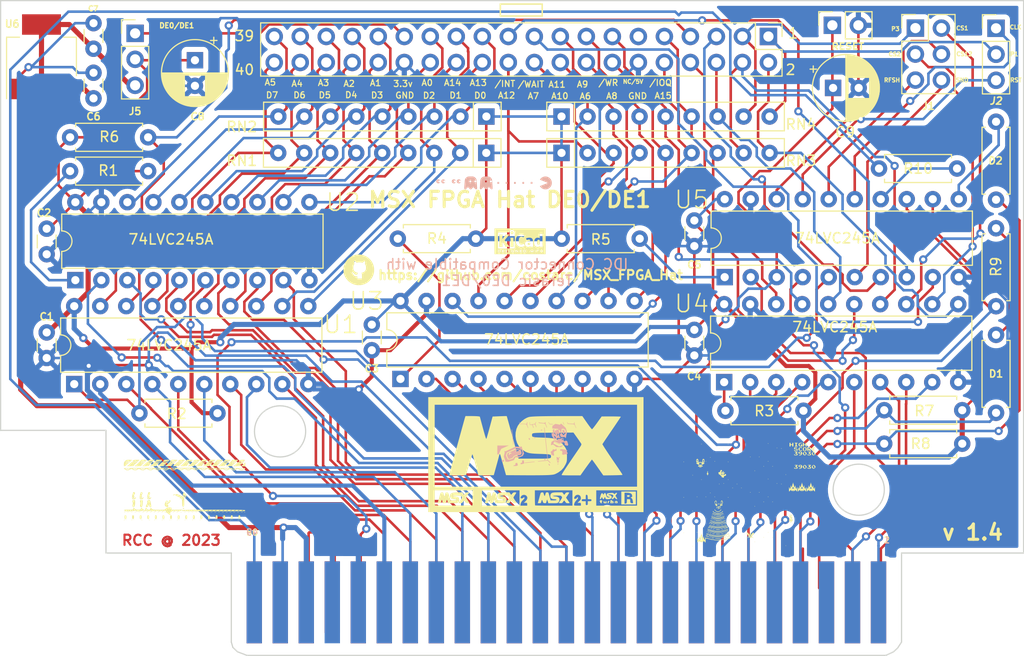
<source format=kicad_pcb>
(kicad_pcb (version 20221018) (generator pcbnew)
  (title_block (title "MSX FPGA Hat") (date "2023-05-14") (rev "1.4") (company "RCC") (comment 1 "Designed for Terasic DE0 & DE1"))
  (layers (0 "F.Cu" signal) (31 "B.Cu" signal) (34 "B.Paste" user) (35 "F.Paste" user) (36 "B.SilkS" user "B.Silkscreen") (37 "F.SilkS" user "F.Silkscreen") (38 "B.Mask" user) (39 "F.Mask" user) (44 "Edge.Cuts" user))
  (net 0 "")
  (net 1 "GNDREF")
  (net 2 "{slash}C_CS1")
  (net 3 "{slash}C_CS12")
  (net 4 "{slash}C_SLTSL")
  (net 5 "C_A15")
  (net 6 "{slash}C_IORQ")
  (net 7 "+5V")
  (net 8 "C_A12")
  (net 9 "{slash}C_MREQ")
  (net 10 "C_A11")
  (net 11 "C_A10")
  (net 12 "{slash}C_RD")
  (net 13 "C_A9")
  (net 14 "{slash}C_RESET")
  (net 15 "C_A8")
  (net 16 "C_CLOCK")
  (net 17 "C_D7")
  (net 18 "C_A6")
  (net 19 "C_D6")
  (net 20 "C_D5")
  (net 21 "C_D4")
  (net 22 "C_D3")
  (net 23 "C_D2")
  (net 24 "C_D1")
  (net 25 "C_D0")
  (net 26 "+12V")
  (net 27 "-12V")
  (net 28 "{slash}C_M1")
  (net 29 "{slash}C_RFSH")
  (net 30 "{slash}C_CS2")
  (net 31 "{slash}C_WAIT")
  (net 34 "{slash}CS1")
  (net 35 "{slash}CS2")
  (net 36 "{slash}CS12")
  (net 37 "{slash}SLTSL")
  (net 38 "{slash}RFSH")
  (net 39 "{slash}WAIT")
  (net 40 "{slash}INT")
  (net 41 "{slash}M1")
  (net 42 "{slash}BUSDIR")
  (net 43 "{slash}IORQ")
  (net 44 "{slash}MREQ")
  (net 45 "{slash}WR")
  (net 46 "{slash}RD")
  (net 47 "{slash}RESET")
  (net 48 "A9")
  (net 49 "A15")
  (net 50 "A11")
  (net 51 "A10")
  (net 52 "A7")
  (net 53 "A6")
  (net 54 "A12")
  (net 55 "A8")
  (net 56 "A14")
  (net 57 "A13")
  (net 58 "A1")
  (net 59 "A0")
  (net 60 "A3")
  (net 61 "A2")
  (net 62 "A5")
  (net 63 "A4")
  (net 64 "D1")
  (net 65 "D0")
  (net 66 "D3")
  (net 67 "D2")
  (net 68 "D5")
  (net 69 "D4")
  (net 70 "D7")
  (net 71 "D6")
  (net 72 "CLOCK")
  (net 73 "SOUNDIN")
  (net 74 "C_CLK_OR_RST")
  (net 75 "C_A7")
  (net 76 "C_A5")
  (net 77 "C_A4")
  (net 78 "C_A3")
  (net 79 "C_A2")
  (net 80 "C_A1")
  (net 81 "C_A0")
  (net 82 "C_A14")
  (net 83 "C_A13")
  (net 84 "{slash}C_WR")
  (net 85 "Net-(R1-Pad2)")
  (net 86 "Net-(R3-Pad2)")
  (net 87 "DE_5V")
  (net 88 "Net-(R4-Pad2)")
  (net 89 "Net-(R5-Pad2)")
  (net 90 "SW1")
  (net 91 "Vdd")
  (net 92 "{slash}C_INT")
  (net 93 "{slash}C_BUSDIR")
  (net 94 "{slash}C_U1_D_OE")
  (net 95 "{slash}C_CS_SLT")
  (net 96 "Net-(D1-Pad2)")
  (net 97 "Net-(D2-Pad2)")
  (net 98 "MSX_3.3V")
  (net 99 "DE_3.3V")
  (net 100 "C_SOUNDIN")
  (net 101 "Net-(R10-Pad2)")
  (net 102 "Net-(C6-Pad2)")
  (footprint "Capacitor_THT:C_Disc_D3.0mm_W1.6mm_P2.50mm" (layer "F.Cu") (at 57.15 57.13 90)
    (fp_text reference "C1")
    (fp_text value "0.1uf" hide)
  )
  (footprint "Capacitor_THT:C_Disc_D3.0mm_W1.6mm_P2.50mm" (layer "F.Cu") (at 61.722 26.904 90)
    (fp_text reference "C7")
    (fp_text value "0.1uf" hide)
  )
  (footprint "Package_DIP:DIP-20_W7.62mm" (layer "F.Cu") (at 91.699 59.172 90)
    (fp_text reference "U3")
    (fp_text value "74LVC245A")
  )
  (footprint "Connector_PinHeader_2.54mm:PinHeader_1x03_P2.54mm_Vertical" (layer "F.Cu") (at 65.786 25.4)
    (fp_text reference "J5")
    (fp_text value "Conn_01x03_Female" hide)
  )
  (footprint "Resistor_THT:R_Axial_DIN0207_L6.3mm_D2.5mm_P7.62mm_Horizontal" (layer "F.Cu") (at 146.558 62.23 180)
    (fp_text reference "R7")
    (fp_text value "10K" hide)
  )
  (footprint "Capacitor_THT:C_Disc_D3.0mm_W1.6mm_P2.50mm" (layer "F.Cu") (at 57.15 46.99 90)
    (fp_text reference "C2")
    (fp_text value "0.1uf" hide)
  )
  (footprint "Capacitor_THT:CP_Radial_D6.3mm_P2.50mm" (layer "F.Cu") (at 133.945621 30.734)
    (fp_text reference "C9")
    (fp_text value "100uF" hide)
  )
  (footprint "Connector_PinSocket_2.54mm:PinSocket_1x02_P2.54mm_Vertical" (layer "F.Cu") (at 133.878 24.613 90)
    (fp_text reference "SW1" hide)
    (fp_text value "SW_Push" hide)
  )
  (footprint "LOGO" (layer "F.Cu") (at 70.612 69.85)
    (fp_text reference "G***" hide)
    (fp_text value "LOGO" hide)
  )
  (footprint "Connector_PinHeader_2.54mm:PinHeader_2x20_P2.54mm_Vertical" (layer "F.Cu") (at 127.632 25.706 -90)
    (fp_text reference "IDC1" hide)
    (fp_text value "DE1 GPIO" hide)
  )
  (footprint "LOGO" (layer "F.Cu") (at 125.73 70.612)
    (fp_text reference "G***" hide)
    (fp_text value "LOGO" hide)
  )
  (footprint "Capacitor_THT:C_Disc_D3.0mm_W1.6mm_P2.50mm" (layer "F.Cu") (at 120.396 46.188 90)
    (fp_text reference "C5")
    (fp_text value "0.1uf" hide)
  )
  (footprint "Resistor_THT:R_Axial_DIN0207_L6.3mm_D2.5mm_P7.62mm_Horizontal" (layer "F.Cu") (at 99.06 45.466 180)
    (fp_text reference "R4")
    (fp_text value "10K" hide)
  )
  (footprint "Roni Footprints:MSX_CART_SW_Official" (layer "F.Cu") (at 101.6 50.8)
    (fp_text reference "CONN1" hide)
    (fp_text value "MSX_BUS" hide)
    (fp_line (start -48.95 13.4) (end -48.95 -28.6) (stroke (width 0.12)) (layer "Edge.Cuts"))
    (fp_line (start -48.95 13.4) (end -38.66 13.4) (stroke (width 0.12)) (layer "Edge.Cuts"))
    (fp_line (start -38.66 13.4) (end -38.66 25.388435) (stroke (width 0.12)) (layer "Edge.Cuts"))
    (fp_line (start -38.66 25.388435) (end -26.42 25.388435) (stroke (width 0.12)) (layer "Edge.Cuts"))
    (fp_line (start -26.42 34.091713) (end -26.42 25.388435) (stroke (width 0.12)) (layer "Edge.Cuts"))
    (fp_line (start -26.42 34.091713) (end -26.268836 34.609987) (stroke (width 0.12)) (layer "Edge.Cuts"))
    (fp_line (start -26.268836 34.609987) (end -25.815346 35.041883) (stroke (width 0.12)) (layer "Edge.Cuts"))
    (fp_line (start -25.815346 35.041883) (end -24.892279 35.390806) (stroke (width 0.12)) (layer "Edge.Cuts"))
    (fp_line (start -24.892279 35.390806) (end 37.500957 35.390806) (stroke (width 0.12)) (layer "Edge.Cuts"))
    (fp_line (start 37.500957 35.390806) (end 38.24498 35.044512) (stroke (width 0.12)) (layer "Edge.Cuts"))
    (fp_line (start 38.24498 35.044512) (end 38.647705 34.674006) (stroke (width 0.12)) (layer "Edge.Cuts"))
    (fp_line (start 38.647705 34.674006) (end 39.03 34.091713) (stroke (width 0.12)) (layer "Edge.Cuts"))
    (fp_line (start 39.03 25.388435) (end 39.03 34.091713) (stroke (width 0.12)) (layer "Edge.Cuts"))
    (fp_line (start 39.03 25.388435) (end 50.95 25.388435) (stroke (width 0.12)) (layer "Edge.Cuts"))
    (fp_line (start 50.95 -28.6) (end -48.95 -28.6) (stroke (width 0.12)) (layer "Edge.Cuts"))
    (fp_line (start 50.95 -28.6) (end 50.95 25.388435) (stroke (width 0.12)) (layer "Edge.Cuts"))
    (fp_circle (center -21.66 13.5) (end -19.16 13.5) (stroke (width 0.12)) (fill none) (layer "Edge.Cuts"))
    (fp_circle (center 34.85 19.2) (end 37.35 19.2) (stroke (width 0.12)) (fill none) (layer "Edge.Cuts"))
  )
  (footprint "LOGO" (layer "F.Cu") (at 103.378 45.72)
    (fp_text reference "G***" hide)
    (fp_text value "LOGO" hide)
  )
  (footprint "Resistor_THT:R_Axial_DIN0207_L6.3mm_D2.5mm_P7.62mm_Horizontal" (layer "F.Cu") (at 149.86 62.484 90)
    (fp_text reference "D1")
    (fp_text value "BAT43" hide)
  )
  (footprint "Resistor_THT:R_Axial_DIN0207_L6.3mm_D2.5mm_P7.62mm_Horizontal" (layer "F.Cu") (at 131.052 62.28063 180)
    (fp_text reference "R3")
    (fp_text value "10K" hide)
  )
  (footprint "Resistor_THT:R_Array_SIP9" (layer "F.Cu") (at 107.427 33.528)
    (fp_text reference "RN4")
    (fp_text value "R_Network10_US" hide)
  )
  (footprint "Package_DIP:DIP-20_W7.62mm" (layer "F.Cu") (at 123.36 49.226 90)
    (fp_text reference "U5")
    (fp_text value "74LVC245A")
  )
  (footprint "Resistor_THT:R_Array_SIP9" (layer "F.Cu") (at 100.076 37.084 180)
    (fp_text reference "RN1")
    (fp_text value "R_Network10_US" hide)
  )
  (footprint "Resistor_THT:R_Axial_DIN0207_L6.3mm_D2.5mm_P7.62mm_Horizontal" (layer "F.Cu") (at 146.558 65.501812 180)
    (fp_text reference "R8")
    (fp_text value "10K" hide)
  )
  (footprint "Resistor_THT:R_Axial_DIN0207_L6.3mm_D2.5mm_P7.62mm_Horizontal" (layer "F.Cu") (at 107.442 45.466)
    (fp_text reference "R5")
    (fp_text value "10K" hide)
  )
  (footprint "Capacitor_THT:C_Disc_D3.0mm_W1.6mm_P2.50mm" (layer "F.Cu") (at 88.9 56.368 90)
    (fp_text reference "C3")
    (fp_text value "0.1uf" hide)
  )
  (footprint "Resistor_THT:R_Axial_DIN0207_L6.3mm_D2.5mm_P7.62mm_Horizontal" (layer "F.Cu") (at 149.86 41.656 90)
    (fp_text reference "D2")
    (fp_text value "BAT43" hide)
  )
  (footprint "Resistor_THT:R_Array_SIP9" (layer "F.Cu") (at 100.091 33.528 180)
    (fp_text reference "RN2")
    (fp_text value "R_Network10_US" hide)
  )
  (footprint "Resistor_THT:R_Axial_DIN0207_L6.3mm_D2.5mm_P7.62mm_Horizontal" (layer "F.Cu") (at 73.826094 62.523366 180)
    (fp_text reference "R2")
    (fp_text value "10K" hide)
  )
  (footprint "Package_TO_SOT_SMD:SOT-223-3_TabPin2" (layer "F.Cu") (at 56.642 27.686 90)
    (fp_text reference "U6")
    (fp_text value "LM1117-3.3" hide)
  )
  (footprint "Package_DIP:DIP-20_W7.62mm" (layer "F.Cu") (at 59.838625 59.68 90)
    (fp_text reference "U1")
    (fp_text value "74LVC245A")
  )
  (footprint "Capacitor_THT:CP_Radial_D6.3mm_P2.50mm" (layer "F.Cu") (at 71.628 28.027621 -90)
    (fp_text reference "C8")
    (fp_text value "100uF" hide)
  )
  (footprint "Resistor_THT:R_Axial_DIN0207_L6.3mm_D2.5mm_P7.62mm_Horizontal" (layer "F.Cu") (at 59.436 35.56)
    (fp_text reference "R6")
    (fp_text value "10K" hide)
  )
  (footprint "Capacitor_THT:C_Disc_D3.0mm_W1.6mm_P2.50mm" (layer "F.Cu") (at 61.722 31.75 90)
    (fp_text reference "C6")
    (fp_text value "0.1uf" hide)
  )
  (footprint "Package_DIP:DIP-20_W7.62mm" (layer "F.Cu") (at 59.949 49.52 90)
    (fp_text reference "U2")
    (fp_text value "74LVC245A")
  )
  (footprint "Resistor_THT:R_Axial_DIN0207_L6.3mm_D2.5mm_P7.62mm_Horizontal" (layer "F.Cu") (at 67.056 38.862 180)
    (fp_text reference "R1")
    (fp_text value "10K" hide)
  )
  (footprint "Capacitor_THT:C_Disc_D3.0mm_W1.6mm_P2.50mm" (layer "F.Cu") (at 120.396 56.876 90)
    (fp_text reference "C4")
    (fp_text value "0.1uf" hide)
  )
  (footprint "LOGO" (layer "F.Cu") (at 87.63 48.514)
    (fp_text reference "G***" hide)
    (fp_text value "LOGO" hide)
  )
  (footprint "Connector_PinHeader_2.54mm:PinHeader_1x03_P2.54mm_Vertical" (layer "F.Cu") (at 149.86 24.907)
    (fp_text reference "J2")
    (fp_text value "J2" hide)
  )
  (footprint "LOGO" (layer "F.Cu") (at 104.902 66.548)
    (fp_text reference "G***" hide)
    (fp_text value "LOGO" hide)
  )
  (footprint "Connector_PinHeader_2.54mm:PinHeader_2x03_P2.54mm_Vertical" (layer "F.Cu") (at 141.986 24.887)
    (fp_text reference "J1")
    (fp_text value "J1" hide)
  )
  (footprint "Resistor_THT:R_Axial_DIN0207_L6.3mm_D2.5mm_P7.62mm_Horizontal" (layer "F.Cu") (at 149.86 44.45 -90)
    (fp_text reference "R9")
    (fp_text value "10K" hide)
  )
  (footprint "Resistor_THT:R_Array_SIP9" (layer "F.Cu") (at 107.427 37.084)
    (fp_text reference "RN3")
    (fp_text value "R_Network10_US" hide)
  )
  (footprint "Resistor_THT:R_Axial_DIN0207_L6.3mm_D2.5mm_P7.62mm_Horizontal" (layer "F.Cu") (at 138.43 38.608)
    (fp_text reference "R10")
    (fp_text value "2K2" hide)
  )
  (footprint "Package_DIP:DIP-20_W7.62mm" (layer "F.Cu") (at 123.308514 59.488874 90)
    (fp_text reference "U4")
    (fp_text value "74LVC245A")
  )
  (footprint "LOGO" (layer "B.Cu") (at 100.704693 40.626896 180)
    (fp_text reference "G***" hide)
    (fp_text value "LOGO" hide)
  )
  (footprint "LOGO" (layer "B.Cu") (at 105.156 65.532 180)
    (fp_text reference "G***" hide)
    (fp_text value "LOGO" hide)
  )
  (gr_rect (start 101.452 22.536) (end 105.542 23.706) (stroke (width 0.15)) (fill none) (layer "F.SilkS"))
  (gr_text "IDC Connector Compatible with\nTerasic DE0/DE1\n" (at 102.108 48.768) (layer "B.SilkS") (effects (font (size 1 1)) (justify mirror)))
  (gr_text "1" (at 139.192 74.93) (layer "B.SilkS") (effects (font (size 0.6 0.6) (thickness 0.11)) (justify mirror)))
  (gr_text "49" (at 77.216 74.168) (layer "B.SilkS") (effects (font (size 0.6 0.6) (thickness 0.11)) (justify mirror)))
  (gr_text "DE0/DE1" (at 69.85 24.638) (layer "F.SilkS") (effects (font (size 0.5 0.5) (thickness 0.125))))
  (gr_text "D5" (at 84.308 31.44) (layer "F.SilkS") (effects (font (size 0.6 0.6) (thickness 0.11))))
  (gr_text "A11" (at 106.984 30.396) (layer "F.SilkS") (effects (font (size 0.6 0.6) (thickness 0.11))))
  (gr_text "GND" (at 92.118 31.46) (layer "F.SilkS") (effects (font (size 0.6 0.6) (thickness 0.11))))
  (gr_text "A7" (at 104.678 31.526) (layer "F.SilkS") (effects (font (size 0.6 0.6) (thickness 0.11))))
  (gr_text "D2" (at 94.488 31.476) (layer "F.SilkS") (effects (font (size 0.6 0.6) (thickness 0.11))))
  (gr_text "/IOQ" (at 117.094 30.226) (layer "F.SilkS") (effects (font (size 0.6 0.6) (thickness 0.11))))
  (gr_text "A0" (at 94.304 30.226) (layer "F.SilkS") (effects (font (size 0.6 0.6) (thickness 0.11))))
  (gr_text "RST" (at 151.799614 29.968846) (layer "F.SilkS") (effects (font (size 0.4 0.4) (thickness 0.1))))
  (gr_text "A3" (at 84.184 30.236) (layer "F.SilkS") (effects (font (size 0.6 0.6) (thickness 0.11))))
  (gr_text "CLK" (at 151.77098 24.797579) (layer "F.SilkS") (effects (font (size 0.4 0.4) (thickness 0.1))))
  (gr_text "3.3v" (at 91.944 30.326) (layer "F.SilkS") (effects (font (size 0.6 0.6) (thickness 0.11))))
  (gr_text "D3" (at 89.413 31.45) (layer "F.SilkS") (effects (font (size 0.6 0.6) (thickness 0.11))))
  (gr_text "A12" (at 102.058 31.46) (layer "F.SilkS") (effects (font (size 0.6 0.6) (thickness 0.11))))
  (gr_text "https://github.com/costarc/MSX_FPGA_Hat" (at 104.394 49.022) (layer "F.SilkS") (effects (font (size 0.9 0.9) (thickness 0.2))))
  (gr_text "A13" (at 99.294 30.226) (layer "F.SilkS") (effects (font (size 0.6 0.6) (thickness 0.11))))
  (gr_text "A2" (at 86.684 30.316) (layer "F.SilkS") (effects (font (size 0.6 0.6) (thickness 0.11))))
  (gr_text "RFSH" (at 139.7 29.972) (layer "F.SilkS") (effects (font (size 0.4 0.4) (thickness 0.1))))
  (gr_text "A6" (at 109.748 31.546) (layer "F.SilkS") (effects (font (size 0.6 0.6) (thickness 0.11))))
  (gr_text "D1" (at 97.078 31.456) (layer "F.SilkS") (effects (font (size 0.6 0.6) (thickness 0.11))))
  (gr_text "CS1" (at 146.558 24.892) (layer "F.SilkS") (effects (font (size 0.4 0.4) (thickness 0.1))))
  (gr_text "1" (at 130.048 25.4) (layer "F.SilkS") (effects (font (size 1 1))))
  (gr_text "A9" (at 109.474 30.376) (layer "F.SilkS") (effects (font (size 0.6 0.6) (thickness 0.11))))
  (gr_text "RESET" (at 135.382 26.67) (layer "F.SilkS") (effects (font (size 0.6 0.7))))
  (gr_text "D4" (at 86.888 31.42) (layer "F.SilkS") (effects (font (size 0.6 0.6) (thickness 0.11))))
  (gr_text "/WAIT" (at 104.444 30.376) (layer "F.SilkS") (effects (font (size 0.6 0.6) (thickness 0.11))))
  (gr_text "39" (at 76.454 25.654) (layer "F.SilkS") (effects (font (size 1 1))))
  (gr_text "2" (at 129.794 28.956) (layer "F.SilkS") (effects (font (size 1 1))))
  (gr_text "A1" (at 89.264 30.246) (layer "F.SilkS") (effects (font (size 0.6 0.6) (thickness 0.11))))
  (gr_text "/INT" (at 101.894 30.326) (layer "F.SilkS") (effects (font (size 0.6 0.6) (thickness 0.11))))
  (gr_text "CS12" (at 146.761906 27.416934) (layer "F.SilkS") (effects (font (size 0.4 0.4) (thickness 0.1))))
  (gr_text "SND" (at 146.558 29.972) (layer "F.SilkS") (effects (font (size 0.4 0.4) (thickness 0.1))))
  (gr_text "GND" (at 114.858 31.526) (layer "F.SilkS") (effects (font (size 0.6 0.6) (thickness 0.11))))
  (gr_text "P3" (at 140.0299 24.964869) (layer "F.SilkS") (effects (font (size 0.4 0.4) (thickness 0.1))))
  (gr_text "A15" (at 117.348 31.496) (layer "F.SilkS") (effects (font (size 0.6 0.6) (thickness 0.11))))
  (gr_text "D0" (at 99.488 31.476) (layer "F.SilkS") (effects (font (size 0.6 0.6) (thickness 0.11))))
  (gr_text "A8" (at 112.338 31.526) (layer "F.SilkS") (effects (font (size 0.6 0.6) (thickness 0.11))))
  (gr_text "A10" (at 107.258 31.526) (layer "F.SilkS") (effects (font (size 0.6 0.6) (thickness 0.11))))
  (gr_text "P1" (at 151.638 27.432) (layer "F.SilkS") (effects (font (size 0.4 0.4) (thickness 0.1))))
  (gr_text "50" (at 77.216 74.168) (layer "F.SilkS") (effects (font (size 0.6 0.6) (thickness 0.11))))
  (gr_text "A14" (at 96.784 30.226) (layer "F.SilkS") (effects (font (size 0.6 0.6) (thickness 0.11))))
  (gr_text "A4" (at 81.604 30.316) (layer "F.SilkS") (effects (font (size 0.6 0.6) (thickness 0.11))))
  (gr_text "v 1.4" (at 147.574 74.168) (layer "F.SilkS") (effects (font (size 1.5 1.5) (thickness 0.3))))
  (gr_text "MSX FPGA Hat DE0/DE1" (at 102.362 41.656) (layer "F.SilkS") (effects (font (size 1.5 1.5) (thickness 0.3))))
  (gr_text "2" (at 139.192 74.93) (layer "F.SilkS") (effects (font (size 0.6 0.6) (thickness 0.11))))
  (gr_text "/WR" (at 111.994 30.226) (layer "F.SilkS") (effects (font (size 0.6 0.6) (thickness 0.11))))
  (gr_text "D6" (at 81.838 31.44) (layer "F.SilkS") (effects (font (size 0.6 0.6) (thickness 0.11))))
  (gr_text "NC/5V" (at 114.414 30.116) (layer "F.SilkS") (effects (font (size 0.4 0.4) (thickness 0.1))))
  (gr_text "A5" (at 78.984 30.186) (layer "F.SilkS") (effects (font (size 0.6 0.6) (thickness 0.11))))
  (gr_text "CS2" (at 139.954 27.432) (layer "F.SilkS") (effects (font (size 0.4 0.4) (thickness 0.1))))
  (gr_text "40" (at 76.454 28.956) (layer "F.SilkS") (effects (font (size 1 1))))
  (gr_text "D7" (at 79.158 31.44) (layer "F.SilkS") (effects (font (size 0.6 0.6) (thickness 0.11))))
  (segment (start 120.396 51.562) (end 118.872 53.086) (width 0.25) (layer "F.Cu") (net 1))
  (segment (start 136.418 30.706379) (end 136.445621 30.734) (width 0.25) (layer "F.Cu") (net 1))
  (segment (start 118.872 53.086) (end 118.872 55.352) (width 0.25) (layer "F.Cu") (net 1))
  (segment (start 94.239 52.827) (end 94.239 51.552) (width 0.4) (layer "F.Cu") (net 1))
  (segment (start 67.125 57.825) (end 61.325 57.825) (width 0.25) (layer "F.Cu") (net 1))
  (segment (start 136.418 24.613) (end 136.418 30.706379) (width 0.25) (layer "F.Cu") (net 1))
  (segment (start 118.1 59.172) (end 120.396 56.876) (width 0.25) (layer "F.Cu") (net 1))
  (segment (start 87.63 60.198) (end 88.9 58.928) (width 0.4) (layer "F.Cu") (net 1))
  (segment (start 114.559 59.172) (end 118.1 59.172) (width 0.25) (layer "F.Cu") (net 1))
  (segment (start 118.872 55.352) (end 120.396 56.876) (width 0.25) (layer "F.Cu") (net 1))
  (segment (start 61.325 57.825) (end 61.275 57.875) (width 0.25) (layer "F.Cu") (net 1))
  (segment (start 90.698 56.368) (end 94.239 52.827) (width 0.4) (layer "F.Cu") (net 1))
  (segment (start 88.9 58.928) (end 88.9 56.368) (width 0.4) (layer "F.Cu") (net 1))
  (segment (start 88.9 56.368) (end 90.698 56.368) (width 0.4) (layer "F.Cu") (net 1))
  (segment (start 120.396 46.208) (end 120.396 51.562) (width 0.25) (layer "F.Cu") (net 1))
  (via (at 67.125 57.825) (size 0.8) (drill 0.4) (layers "F.Cu" "B.Cu") (net 1))
  (via (at 61.253625 57.896375) (size 0.8) (drill 0.4) (layers "F.Cu" "B.Cu") (net 1))
  (via (at 87.63 60.198) (size 0.8) (drill 0.4) (layers "F.Cu" "B.Cu") (net 1))
  (segment (start 68.972 54.647) (end 68.025695 54.647) (width 0.25) (layer "B.Cu") (net 1))
  (segment (start 71.628 30.527621) (end 69.294379 30.527621) (width 0.25) (layer "B.Cu") (net 1))
  (segment (start 60.48725 57.13) (end 57.15 57.13) (width 0.25) (layer "B.Cu") (net 1))
  (segment (start 147.418514 50.424514) (end 147.418514 52.386641) (width 0.5) (layer "B.Cu") (net 1))
  (segment (start 87.582025 81.007202) (end 87.582025 76.152025) (width 0.5) (layer "B.Cu") (net 1))
  (segment (start 131.725327 54.3055) (end 128.28514 54.3055) (width 0.5) (layer "B.Cu") (net 1))
  (segment (start 62.489 37.333) (end 62.489 41.9) (width 0.25) (layer "B.Cu") (net 1))
  (segment (start 82.698625 59.68) (end 82.698625 58.498625) (width 0.25) (layer "B.Cu") (net 1))
  (segment (start 148.606991 49.226) (end 150.985 51.604009) (width 0.25) (layer "B.Cu") (net 1))
  (segment (start 61.253625 57.896375) (end 61.253625 57.846062) (width 0.25) (layer "B.Cu") (net 1))
  (segment (start 128.28514 54.3055) (end 125.848514 51.868874) (width 0.5) (layer "B.Cu") (net 1))
  (segment (start 85.344 75.946) (end 85.042025 76.247975) (width 0.5) (layer "B.Cu") (net 1))
  (segment (start 120.396 46.188) (end 118.324 46.188) (width 0.25) (layer "B.Cu") (net 1))
  (segment (start 93.708443 29.882443) (end 92.072 28.246) (width 0.25) (layer "B.Cu") (net 1))
  (segment (start 71.671 57.346) (end 68.972 54.647) (width 0.25) (layer "B.Cu") (net 1))
  (segment (start 146.22 49.226) (end 147.418514 50.424514) (width 0.5) (layer "B.Cu") (net 1))
  (segment (start 113.295557 29.882443) (end 111.162443 29.882443) (width 0.25) (layer "B.Cu") (net 1))
  (segment (start 68.025695 54.647) (end 67.125 55.547695) (width 0.25) (layer "B.Cu") (net 1))
  (segment (start 85.344 75.946) (end 81.788 72.39) (width 0.5) (layer "B.Cu") (net 1))
  (segment (start 69.294379 30.527621) (end 62.489 37.333) (width 0.25) (layer "B.Cu") (net 1))
  (segment (start 131.941827 54.522) (end 131.725327 54.3055) (width 0.5) (layer "B.Cu") (net 1))
  (segment (start 111.162443 29.882443) (end 93.708443 29.882443) (width 0.25) (layer "B.Cu") (net 1))
  (segment (start 147.418514 52.386641) (end 145.283155 54.522) (width 0.5) (layer "B.Cu") (net 1))
  (segment (start 75.729 23.913) (end 74.131 23.913) (width 0.25) (layer "B.Cu") (net 1))
  (segment (start 146.22 49.226) (end 148.606991 49.226) (width 0.25) (layer "B.Cu") (net 1))
  (segment (start 145.283155 54.522) (end 131.941827 54.522) (width 0.5) (layer "B.Cu") (net 1))
  (segment (start 125.848514 53.221486) (end 122.194 56.876) (width 0.25) (layer "B.Cu") (net 1))
  (segment (start 61.128625 60.269863) (end 61.128625 58.021375) (width 0.5) (layer "B.Cu") (net 1))
  (segment (start 87.63 60.198) (end 83.216625 60.198) (width 0.4) (layer "B.Cu") (net 1))
  (segment (start 111.162443 41.312443) (end 111.162443 29.882443) (width 0.25) (layer "B.Cu") (net 1))
  (segment (start 114.554 42.418) (end 112.268 42.418) (width 0.25) (layer "B.Cu") (net 1))
  (segment (start 62.24 41.9) (end 62.489 41.9) (width 0.25) (layer "B.Cu") (net 1))
  (segment (start 89.838 30.48) (end 77.216 30.48) (width 0.25) (layer "B.Cu") (net 1))
  (segment (start 77.216 30.48) (end 77.216 25.4) (width 0.25) (layer "B.Cu") (net 1))
  (segment (start 73.248762 72.39) (end 61.128625 60.269863) (width 0.5) (layer "B.Cu") (net 1))
  (segment (start 118.324 46.188) (end 114.554 42.418) (width 0.25) (layer "B.Cu") (net 1))
  (segment (start 92.072 28.246) (end 89.838 30.48) (width 0.25) (layer "B.Cu") (net 1))
  (segment (start 112.268 42.418) (end 111.162443 41.312443) (width 0.25) (layer "B.Cu") (net 1))
  (segment (start 81.546 57.346) (end 71.671 57.346) (width 0.25) (layer "B.Cu") (net 1))
  (segment (start 122.194 56.876) (end 120.396 56.876) (width 0.25) (layer "B.Cu") (net 1))
  (segment (start 57.15 46.99) (end 62.24 41.9) (width 0.25) (layer "B.Cu") (net 1))
  (segment (start 150.985 55.803758) (end 147.299884 59.488874) (width 0.25) (layer "B.Cu") (net 1))
  (segment (start 73.152 24.892) (end 73.152 29.003621) (width 0.25) (layer "B.Cu") (net 1))
  (segment (start 77.216 25.4) (end 75.729 23.913) (width 0.25) (layer "B.Cu") (net 1))
  (segment (start 125.9 42.502) (end 125.9 41.606) (width 0.25) (layer "B.Cu") (net 1))
  (segment (start 74.131 23.913) (end 73.152 24.892) (width 0.25) (layer "B.Cu") (net 1))
  (segment (start 82.698625 58.498625) (end 81.546 57.346) (width 0.25) (layer "B.Cu") (net 1))
  (segment (start 150.985 51.604009) (end 150.985 55.803758) (width 0.25) (layer "B.Cu") (net 1))
  (segment (start 147.299884 59.488874) (end 146.168514 59.488874) (width 0.25) (layer "B.Cu") (net 1))
  (segment (start 67.125 55.547695) (end 67.125 57.825) (width 0.25) (layer "B.Cu") (net 1))
  (segment (start 125.848514 51.868874) (end 125.848514 53.221486) (width 0.25) (layer "B.Cu") (net 1))
  (segment (start 85.042025 76.247975) (end 85.042025 81.007202) (width 0.5) (layer "B.Cu") (net 1))
  (segment (start 81.788 72.39) (end 73.248762 72.39) (width 0.5) (layer "B.Cu") (net 1))
  (segment (start 61.253625 57.896375) (end 60.48725 57.13) (width 0.25) (layer "B.Cu") (net 1))
  (segment (start 61.135775 57.778525) (end 61.253625 57.896375) (width 0.5) (layer "B.Cu") (net 1))
  (segment (start 122.194 46.208) (end 125.9 42.502) (width 0.25) (layer "B.Cu") (net 1))
  (segment (start 61.128625 58.021375) (end 61.253625 57.896375) (width 0.5) (layer "B.Cu") (net 1))
  (segment (start 87.376 75.946) (end 85.344 75.946) (width 0.5) (layer "B.Cu") (net 1))
  (segment (start 61.253625 57.896375) (end 61.253625 60.394863) (width 0.25) (layer "B.Cu") (net 1))
  (segment (start 73.152 29.003621) (end 71.628 30.527621) (width 0.25) (layer "B.Cu") (net 1))
  (segment (start 114.932 28.246) (end 113.295557 29.882443) (width 0.25) (layer "B.Cu") (net 1))
  (segment (start 87.582025 76.152025) (end 87.376 75.946) (width 0.5) (layer "B.Cu") (net 1))
  (segment (start 83.216625 60.198) (end 82.698625 59.68) (width 0.4) (layer "B.Cu") (net 1))
  (segment (start 120.396 46.208) (end 122.194 46.208) (width 0.25) (layer "B.Cu") (net 1))
  (segment (start 142.748 47.498) (end 142.555 47.691) (width 0.25) (layer "F.Cu") (net 2))
  (segment (start 147.906296 32.433705) (end 148.299 32.826409) (width 0.25) (layer "F.Cu") (net 2))
  (segment (start 147.574 31.2045) (end 147.574 27.935) (width 0.25) (layer "F.Cu") (net 2))
  (segment (start 148.299 44.921) (end 148.336 44.958) (width 0.25) (layer "F.Cu") (net 2))
  (segment (start 147.574 31.2045) (end 147.574 32.101409) (width 0.25) (layer "F.Cu") (net 2))
  (segment (start 142.555 47.691) (end 142.555 50.402388) (width 0.25) (layer "F.Cu") (net 2))
  (segment (start 142.555 50.402388) (end 141.088514 51.868874) (width 0.25) (layer "F.Cu") (net 2))
  (segment (start 147.574 27.935) (end 144.526 24.887) (width 0.25) (layer "F.Cu") (net 2))
  (segment (start 147.574 32.101409) (end 147.906296 32.433705) (width 0.25) (layer "F.Cu") (net 2))
  (segment (start 148.299 32.826409) (end 148.299 44.921) (width 0.25) (layer "F.Cu") (net 2))
  (via (at 142.748 47.498) (size 0.8) (drill 0.4) (layers "F.Cu" "B.Cu") (net 2))
  (via (at 148.336 44.958) (size 0.8) (drill 0.4) (layers "F.Cu" "B.Cu") (net 2))
  (segment (start 147.828 45.466) (end 148.336 44.958) (width 0.25) (layer "B.Cu") (net 2))
  (segment (start 144.78 45.466) (end 147.828 45.466) (width 0.25) (layer "B.Cu") (net 2))
  (segment (start 142.748 47.498) (end 144.78 45.466) (width 0.25) (layer "B.Cu") (net 2))
  (segment (start 128.44 40.714695) (end 140.811 28.343695) (width 0.25) (layer "F.Cu") (net 3))
  (segment (start 141.589299 26.162) (end 143.261 26.162) (width 0.25) (layer "F.Cu") (net 3))
  (segment (start 128.44 41.606) (end 128.44 40.714695) (width 0.25) (layer "F.Cu") (net 3))
  (segment (start 143.261 26.162) (end 144.526 27.427) (width 0.25) (layer "F.Cu") (net 3))
  (segment (start 140.811 26.940299) (end 141.589299 26.162) (width 0.25) (layer "F.Cu") (net 3))
  (segment (start 140.811 28.343695) (end 140.811 26.940299) (width 0.25) (layer "F.Cu") (net 3))
  (segment (start 125.092 28.246) (end 123.952 29.386) (width 0.25) (layer "F.Cu") (net 4))
  (segment (start 139.954 38.354) (end 139.954 50.463388) (width 0.25) (layer "F.Cu") (net 4))
  (segment (start 123.952 29.386) (end 123.952 35.829) (width 0.25) (layer "F.Cu") (net 4))
  (segment (start 139.954 50.463388) (end 138.548514 51.868874) (width 0.25) (layer "F.Cu") (net 4))
  (segment (start 123.952 35.829) (end 125.207 37.084) (width 0.25) (layer "F.Cu") (net 4))
  (via (at 139.954 38.354) (size 0.8) (drill 0.4) (layers "F.Cu" "B.Cu") (net 4))
  (segment (start 131.572 30.988) (end 126.492 30.988) (width 0.25) (layer "B.Cu") (net 4))
  (segment (start 139.083 37.483) (end 138.067 37.483) (width 0.25) (layer "B.Cu") (net 4))
  (segment (start 126.492 30.988) (end 125.092 29.588) (width 0.25) (layer "B.Cu") (net 4))
  (segment (start 138.067 37.483) (end 131.572 30.988) (width 0.25) (layer "B.Cu") (net 4))
  (segment (start 139.954 38.354) (end 139.083 37.483) (width 0.25) (layer "B.Cu") (net 4))
  (segment (start 125.092 29.588) (end 125.092 28.246) (width 0.25) (layer "B.Cu") (net 4))
  (segment (start 112.019 51.552) (end 112.019 42.413) (width 0.25) (layer "F.Cu") (net 5))
  (segment (start 117.472 31.62) (end 118.872 33.02) (width 0.25) (layer "F.Cu") (net 5))
  (segment (start 117.472 28.246) (end 117.472 31.62) (width 0.25) (layer "F.Cu") (net 5))
  (segment (start 114.046 40.386) (end 114.554 39.878) (width 0.25) (layer "F.Cu") (net 5))
  (segment (start 118.872 33.02) (end 118.872 35.829) (width 0.25) (layer "F.Cu") (net 5))
  (segment (start 112.019 42.413) (end 114.046 40.386) (width 0.25) (layer "F.Cu") (net 5))
  (segment (start 118.872 35.829) (end 120.127 37.084) (width 0.25) (layer "F.Cu") (net 5))
  (via (at 114.554 39.878) (size 0.8) (drill 0.4) (layers "F.Cu" "B.Cu") (net 5))
  (segment (start 117.333 39.878) (end 120.127 37.084) (width 0.25) (layer "B.Cu") (net 5))
  (segment (start 114.554 39.878) (end 117.333 39.878) (width 0.25) (layer "B.Cu") (net 5))
  (segment (start 123.19 45.974) (end 123.19 44.253398) (width 0.25) (layer "F.Cu") (net 6))
  (segment (start 117.472 25.706) (end 118.771469 27.005469) (width 0.25) (layer "F.Cu") (net 6))
  (segment (start 129.569102 57.387) (end 124.65523 52.473128) (width 0.25) (layer "F.Cu") (net 6))
  (segment (start 121.412 42.475398) (end 121.412 36.778009) (width 0.25) (layer "F.Cu") (net 6))
  (segment (start 134.857 57.387) (end 129.569102 57.387) (width 0.25) (layer "F.Cu") (net 6))
  (segment (start 136.008514 55.253486) (end 136.008514 51.868874) (width 0.25) (layer "F.Cu") (net 6))
  (segment (start 118.771469 32.172469) (end 120.127 33.528) (width 0.25) (layer "F.Cu") (net 6))
  (segment (start 124.65523 47.43923) (end 123.19 45.974) (width 0.25) (layer "F.Cu") (net 6))
  (segment (start 123.19 44.253398) (end 121.412 42.475398) (width 0.25) (layer "F.Cu") (net 6))
  (segment (start 124.65523 52.473128) (end 124.65523 47.43923) (width 0.25) (layer "F.Cu") (net 6))
  (segment (start 121.412 36.778009) (end 120.127 35.493009) (width 0.25) (layer "F.Cu") (net 6))
  (segment (start 135.89 55.372) (end 136.008514 55.253486) (width 0.25) (layer "F.Cu") (net 6))
  (segment (start 120.127 35.493009) (end 120.127 33.528) (width 0.25) (layer "F.Cu") (net 6))
  (segment (start 118.771469 27.005469) (end 118.771469 32.172469) (width 0.25) (layer "F.Cu") (net 6))
  (segment (start 134.874 57.404) (end 134.857 57.387) (width 0.25) (layer "F.Cu") (net 6))
  (via (at 134.874 57.404) (size 0.8) (drill 0.4) (layers "F.Cu" "B.Cu") (net 6))
  (via (at 135.89 55.372) (size 0.8) (drill 0.4) (layers "F.Cu" "B.Cu") (net 6))
  (segment (start 134.874 56.388) (end 134.874 57.404) (width 0.25) (layer "B.Cu") (net 6))
  (segment (start 135.89 55.372) (end 134.874 56.388) (width 0.25) (layer "B.Cu") (net 6))
  (segment (start 58.942 30.836) (end 60.808 30.836) (width 0.5) (layer "F.Cu") (net 7))
  (segment (start 56.201 61.789) (end 54.61 60.198) (width 0.5) (layer "F.Cu") (net 7))
  (segment (start 58.942 32.244) (end 58.942 30.836) (width 0.5) (layer "F.Cu") (net 7))
  (segment (start 54.61 34.036) (end 55.372 33.274) (width 0.5) (layer "F.Cu") (net 7))
  (segment (start 74.970765 73.700765) (end 63.059 61.789) (width 0.5) (layer "F.Cu") (net 7))
  (segment (start 54.61 60.198) (end 54.61 34.036) (width 0.5) (layer "F.Cu") (net 7))
  (segment (start 80.280512 73.700765) (end 74.970765 73.700765) (width 0.5) (layer "F.Cu") (net 7))
  (segment (start 55.372 33.274) (end 57.912 33.274) (width 0.5) (layer "F.Cu") (net 7))
  (segment (start 57.912 33.274) (end 58.942 32.244) (width 0.5) (layer "F.Cu") (net 7))
  (segment (start 63.059 61.789) (end 56.201 61.789) (width 0.5) (layer "F.Cu") (net 7))
  (segment (start 60.808 30.836) (end 61.722 31.75) (width 0.5) (layer "F.Cu") (net 7))
  (via (at 80.280512 73.700765) (size 0.8) (drill 0.4) (layers "F.Cu" "B.Cu") (net 7))
  (segment (start 80.260003 73.721274) (end 80.189749 73.791528) (width 0.5) (layer "B.Cu") (net 7))
  (segment (start 82.502025 74.758948) (end 82.502025 80.314405) (width 0.5) (layer "B.Cu") (net 7))
  (segment (start 81.443842 73.700765) (end 82.502025 74.758948) (width 0.5) (layer "B.Cu") (net 7))
  (segment (start 80.189749 74.810251) (end 80.189749 80.509983) (width 0.25) (layer "B.Cu") (net 7))
  (segment (start 80.264 74.168) (end 80.189749 74.242251) (width 0.25) (layer "B.Cu") (net 7))
  (segment (start 80.189749 73.791528) (end 80.189749 74.810251) (width 0.5) (layer "B.Cu") (net 7))
  (segment (start 80.189749 74.242251) (end 80.189749 74.810251) (width 0.25) (layer "B.Cu") (net 7))
  (segment (start 80.260003 73.721274) (end 80.280512 73.700765) (width 0.5) (layer "B.Cu") (net 7))
  (segment (start 80.280512 73.700765) (end 81.443842 73.700765) (width 0.5) (layer "B.Cu") (net 7))
  (segment (start 108.842 35.959) (end 109.967 37.084) (width 0.25) (layer "F.Cu") (net 8))
  (segment (start 102.232 34.922) (end 103.269 35.959) (width 0.25) (layer "F.Cu") (net 8))
  (segment (start 102.232 28.246) (end 102.232 34.922) (width 0.25) (layer "F.Cu") (net 8))
  (segment (start 102.232 47.12) (end 102.232 28.246) (width 0.25) (layer "F.Cu") (net 8))
  (segment (start 99.319 50.033) (end 102.232 47.12) (width 0.25) (layer "F.Cu") (net 8))
  (segment (start 103.269 35.959) (end 108.842 35.959) (width 0.25) (layer "F.Cu") (net 8))
  (segment (start 99.319 51.552) (end 99.319 50.033) (width 0.25) (layer "F.Cu") (net 8))
  (segment (start 122.552 28.246) (end 122.552 33.413) (width 0.25) (layer "F.Cu") (net 9))
  (segment (start 122.552 33.413) (end 122.667 33.528) (width 0.25) (layer "F.Cu") (net 9))
  (segment (start 127.680009 38.608) (end 126.492 37.419991) (width 0.25) (layer "B.Cu") (net 9))
  (segment (start 124.953 35.814) (end 122.667 33.528) (width 0.25) (layer "B.Cu") (net 9))
  (segment (start 125.73 35.814) (end 124.953 35.814) (width 0.25) (layer "B.Cu") (net 9))
  (segment (start 132.105 44.729) (end 132.105 40.919) (width 0.25) (layer "B.Cu") (net 9))
  (segment (start 133.468514 51.868874) (end 134.645 50.692388) (width 0.25) (layer "B.Cu") (net 9))
  (segment (start 134.645 47.269) (end 132.105 44.729) (width 0.25) (layer "B.Cu") (net 9))
  (segment (start 126.492 37.419991) (end 126.492 36.576) (width 0.25) (layer "B.Cu") (net 9))
  (segment (start 134.645 50.692388) (end 134.645 47.269) (width 0.25) (layer "B.Cu") (net 9))
  (segment (start 129.794 38.608) (end 127.680009 38.608) (width 0.25) (layer "B.Cu") (net 9))
  (segment (start 132.105 40.919) (end 129.794 38.608) (width 0.25) (layer "B.Cu") (net 9))
  (segment (start 126.492 36.576) (end 125.73 35.814) (width 0.25) (layer "B.Cu") (net 9))
  (segment (start 112.507 32.804604) (end 112.507 33.528) (width 0.25) (layer "F.Cu") (net 10))
  (segment (start 110.998 42.418) (end 113.792 39.624) (width 0.25) (layer "F.Cu") (net 10))
  (segment (start 108.558198 26.952198) (end 108.558198 28.855802) (width 0.25) (layer "F.Cu") (net 10))
  (segment (start 113.792 36.576) (end 112.507 35.291) (width 0.25) (layer "F.Cu") (net 10))
  (segment (start 110.998 50.033) (end 110.998 42.418) (width 0.25) (layer "F.Cu") (net 10))
  (segment (start 109.479 51.552) (end 110.998 50.033) (width 0.25) (layer "F.Cu") (net 10))
  (segment (start 107.312 25.706) (end 108.558198 26.952198) (width 0.25) (layer "F.Cu") (net 10))
  (segment (start 108.558198 28.855802) (end 112.507 32.804604) (width 0.25) (layer "F.Cu") (net 10))
  (segment (start 112.507 35.291) (end 112.507 33.528) (width 0.25) (layer "F.Cu") (net 10))
  (segment (start 113.792 39.624) (end 113.792 36.576) (width 0.25) (layer "F.Cu") (net 10))
  (segment (start 107.312 28.246) (end 109.967 30.901) (width 0.25) (layer "F.Cu") (net 11))
  (segment (start 109.967 30.901) (end 109.967 33.528) (width 0.25) (layer "F.Cu") (net 11))
  (segment (start 109.967 33.528) (end 108.842 34.653) (width 0.25) (layer "B.Cu") (net 11))
  (segment (start 106.939 51.303) (end 106.939 51.552) (width 0.25) (layer "B.Cu") (net 11))
  (segment (start 108.842 49.4) (end 106.939 51.303) (width 0.25) (layer "B.Cu") (net 11))
  (segment (start 108.842 34.653) (end 108.842 49.4) (width 0.25) (layer "B.Cu") (net 11))
  (segment (start 128.388514 50.765505) (end 127.025 49.401991) (width 0.25) (layer "F.Cu") (net 12))
  (segment (start 122.667 37.069) (end 122.667 37.084) (width 0.25) (layer "F.Cu") (net 12))
  (segment (start 127.025 47.777) (end 124.485 45.237) (width 0.25) (layer "F.Cu") (net 12))
  (segment (start 121.372284 29.606284) (end 121.372284 35.774284) (width 0.25) (layer "F.Cu") (net 12))
  (segment (start 127.025 49.401991) (end 127.025 47.777) (width 0.25) (layer "F.Cu") (net 12))
  (segment (start 121.372284 35.774284) (end 122.667 37.069) (width 0.25) (layer "F.Cu") (net 12))
  (segment (start 128.388514 51.868874) (end 128.388514 50.765505) (width 0.25) (layer "F.Cu") (net 12))
  (segment (start 124.485 44.912002) (end 122.235 42.662002) (width 0.25) (layer "F.Cu") (net 12))
  (segment (start 120.012 28.246) (end 121.372284 29.606284) (width 0.25) (layer "F.Cu") (net 12))
  (segment (start 124.485 45.237) (end 124.485 44.912002) (width 0.25) (layer "F.Cu") (net 12))
  (segment (start 122.235 42.662002) (end 122.235 37.516) (width 0.25) (layer "F.Cu") (net 12))
  (segment (start 122.235 37.516) (end 122.667 37.084) (width 0.25) (layer "F.Cu") (net 12))
  (segment (start 115.047 33.528) (end 115.047 32.804604) (width 0.25) (layer "F.Cu") (net 13))
  (segment (start 111.079115 26.933115) (end 109.852 25.706) (width 0.25) (layer "F.Cu") (net 13))
  (segment (start 111.079115 28.836719) (end 111.079115 26.933115) (width 0.25) (layer "F.Cu") (net 13))
  (segment (start 115.047 35.291) (end 116.332 36.576) (width 0.25) (layer "F.Cu") (net 13))
  (segment (start 115.047 32.804604) (end 111.079115 28.836719) (width 0.25) (layer "F.Cu") (net 13))
  (segment (start 116.332 49.779) (end 114.559 51.552) (width 0.25) (layer "F.Cu") (net 13))
  (segment (start 115.047 33.528) (end 115.047 35.291) (width 0.25) (layer "F.Cu") (net 13))
  (segment (start 116.332 36.576) (end 116.332 49.779) (width 0.25) (layer "F.Cu") (net 13))
  (segment (start 136.652 33.782) (end 136.398 33.782) (width 0.25) (layer "F.Cu") (net 14))
  (segment (start 130.98 39.2) (end 130.98 41.606) (width 0.25) (layer "F.Cu") (net 14))
  (segment (start 136.398 33.782) (end 130.98 39.2) (width 0.25) (layer "F.Cu") (net 14))
  (via (at 136.652 33.782) (size 0.8) (drill 0.4) (layers "F.Cu" "B.Cu") (net 14))
  (segment (start 136.652 33.782) (end 142.748 33.782) (width 0.25) (layer "B.Cu") (net 14))
  (segment (start 146.543 29.987) (end 149.86 29.987) (width 0.25) (layer "B.Cu") (net 14))
  (segment (start 142.748 33.782) (end 146.543 29.987) (width 0.25) (layer "B.Cu") (net 14))
  (segment (start 116.332 32.186) (end 116.332 35.829) (width 0.25) (layer "F.Cu") (net 15))
  (segment (start 116.332 35.829) (end 117.587 37.084) (width 0.25) (layer "F.Cu") (net 15))
  (segment (start 112.392 28.246) (end 116.332 32.186) (width 0.25) (layer "F.Cu") (net 15))
  (segment (start 117.587 50.561) (end 117.587 37.084) (width 0.25) (layer "F.Cu") (net 15))
  (segment (start 116.332 51.816) (end 117.587 50.561) (width 0.25) (layer "F.Cu") (net 15))
  (via (at 116.332 51.816) (size 0.8) (drill 0.4) (layers "F.Cu" "B.Cu") (net 15))
  (segment (start 115.062 53.086) (end 116.332 51.816) (width 0.25) (layer "B.Cu") (net 15))
  (segment (start 98.313 53.086) (end 115.062 53.086) (width 0.25) (layer "B.Cu") (net 15))
  (segment (start 96.779 51.552) (end 98.313 53.086) (width 0.25) (layer "B.Cu") (net 15))
  (segment (start 136.06 37.422) (end 141.478 32.004) (width 0.25) (layer "F.Cu") (net 16))
  (segment (start 136.06 41.606) (end 136.06 37.422) (width 0.25) (layer "F.Cu") (net 16))
  (via (at 141.478 32.004) (size 0.8) (drill 0.4) (layers "F.Cu" "B.Cu") (net 16))
  (segment (start 150.623674 28.700326) (end 151.13 28.194) (width 0.25) (layer "B.Cu") (net 16))
  (segment (start 141.610701 32.004) (end 141.478 32.004) (width 0.25) (layer "B.Cu") (net 16))
  (segment (start 143.88907 28.700326) (end 150.623674 28.700326) (width 0.25) (layer "B.Cu") (net 16))
  (segment (start 151.13 26.177) (end 149.86 24.907) (width 0.25) (layer "B.Cu") (net 16))
  (segment (start 151.13 28.194) (end 151.13 26.177) (width 0.25) (layer "B.Cu") (net 16))
  (segment (start 143.256 30.358701) (end 141.610701 32.004) (width 0.25) (layer "B.Cu") (net 16))
  (segment (start 143.256 29.333396) (end 143.256 30.358701) (width 0.25) (layer "B.Cu") (net 16))
  (segment (start 143.256 29.333396) (end 143.88907 28.700326) (width 0.25) (layer "B.Cu") (net 16))
  (segment (start 71.374 43.434) (end 66.193199 48.614801) (width 0.25) (layer "F.Cu") (net 17))
  (segment (start 79.372 28.246) (end 78.522 29.096) (width 0.25) (layer "F.Cu") (net 17))
  (segment (start 71.374 41.584009) (end 71.374 43.434) (width 0.25) (layer "F.Cu") (net 17))
  (segment (start 78.522 35.85) (end 79.756 37.084) (width 0.25) (layer "F.Cu") (net 17))
  (segment (start 75.874009 37.084) (end 71.374 41.584009) (width 0.25) (layer "F.Cu") (net 17))
  (segment (start 78.522 29.096) (end 78.522 35.85) (width 0.25) (layer "F.Cu") (net 17))
  (segment (start 66.193199 48.614801) (end 66.193199 50.785426) (width 0.25) (layer "F.Cu") (net 17))
  (segment (start 66.193199 50.785426) (end 64.918625 52.06) (width 0.25) (layer "F.Cu") (net 17))
  (segment (start 79.756 37.084) (end 75.874009 37.084) (width 0.25) (layer "F.Cu") (net 17))
  (segment (start 109.852 28.246) (end 113.792 32.186) (width 0.25) (layer "F.Cu") (net 18))
  (segment (start 113.792 32.186) (end 113.792 35.829) (width 0.25) (layer "F.Cu") (net 18))
  (segment (start 110.236 41.402) (end 110.236 45.715) (width 0.25) (layer "F.Cu") (net 18))
  (segment (start 112.014 39.878) (end 111.76 39.878) (width 0.25) (layer "F.Cu") (net 18))
  (segment (start 111.76 39.878) (end 110.236 41.402) (width 0.25) (layer "F.Cu") (net 18))
  (segment (start 110.236 45.715) (end 104.399 51.552) (width 0.25) (layer "F.Cu") (net 18))
  (segment (start 113.792 35.829) (end 115.047 37.084) (width 0.25) (layer "F.Cu") (net 18))
  (via (at 112.014 39.878) (size 0.8) (drill 0.4) (layers "F.Cu" "B.Cu") (net 18))
  (segment (start 112.014 39.878) (end 112.253 39.878) (width 0.25) (layer "B.Cu") (net 18))
  (segment (start 112.253 39.878) (end 115.047 37.084) (width 0.25) (layer "B.Cu") (net 18))
  (segment (start 74.064 42.075991) (end 74.064 41.252) (width 0.25) (layer "F.Cu") (net 19))
  (segment (start 81.062 35.85) (end 82.296 37.084) (width 0.25) (layer "F.Cu") (net 19))
  (segment (start 74.064 41.252) (end 76.2 39.116) (width 0.25) (layer "F.Cu") (net 19))
  (segment (start 80.264 39.116) (end 82.296 37.084) (width 0.25) (layer "F.Cu") (net 19))
  (segment (start 76.2 39.116) (end 80.264 39.116) (width 0.25) (layer "F.Cu") (net 19))
  (segment (start 68.929512 50.589113) (end 68.929512 47.210479) (width 0.25) (layer "F.Cu") (net 19))
  (segment (start 67.458625 52.06) (end 68.929512 50.589113) (width 0.25) (layer "F.Cu") (net 19))
  (segment (start 81.912 28.246) (end 81.062 29.096) (width 0.25) (layer "F.Cu") (net 19))
  (segment (start 68.929512 47.210479) (end 74.064 42.075991) (width 0.25) (layer "F.Cu") (net 19))
  (segment (start 81.062 29.096) (end 81.062 35.85) (width 0.25) (layer "F.Cu") (net 19))
  (segment (start 69.998625 52.06) (end 71.469512 50.589113) (width 0.25) (layer "F.Cu") (net 20))
  (segment (start 76.454 42.418) (end 76.454 41.584009) (width 0.25) (layer "F.Cu") (net 20))
  (segment (start 71.469512 47.402488) (end 76.454 42.418) (width 0.25) (layer "F.Cu") (net 20))
  (segment (start 84.452 28.246) (end 83.602 29.096) (width 0.25) (layer "F.Cu") (net 20))
  (segment (start 83.602 35.85) (end 84.836 37.084) (width 0.25) (layer "F.Cu") (net 20))
  (segment (start 83.602 29.096) (end 83.602 35.85) (width 0.25) (layer "F.Cu") (net 20))
  (segment (start 78.472009 39.566) (end 82.354 39.566) (width 0.25) (layer "F.Cu") (net 20))
  (segment (start 71.469512 50.589113) (end 71.469512 47.402488) (width 0.25) (layer "F.Cu") (net 20))
  (segment (start 82.354 39.566) (end 84.836 37.084) (width 0.25) (layer "F.Cu") (net 20))
  (segment (start 76.454 41.584009) (end 78.472009 39.566) (width 0.25) (layer "F.Cu") (net 20))
  (segment (start 72.538625 52.06) (end 72.538625 51.221366) (width 0.25) (layer "F.Cu") (net 21))
  (segment (start 73.914 48.514) (end 79.144 43.284) (width 0.25) (layer "F.Cu") (net 21))
  (segment (start 86.142 29.096) (end 86.142 35.85) (width 0.25) (layer "F.Cu") (net 21))
  (segment (start 79.144 41.434009) (end 80.446009 40.132) (width 0.25) (layer "F.Cu") (net 21))
  (segment (start 80.446009 40.132) (end 84.328 40.132) (width 0.25) (layer "F.Cu") (net 21))
  (segment (start 79.144 43.284) (end 79.144 41.434009) (width 0.25) (layer "F.Cu") (net 21))
  (segment (start 73.914 49.845991) (end 73.914 48.514) (width 0.25) (layer "F.Cu") (net 21))
  (segment (start 72.538625 51.221366) (end 73.914 49.845991) (width 0.25) (layer "F.Cu") (net 21))
  (segment (start 86.142 35.85) (end 87.376 37.084) (width 0.25) (layer "F.Cu") (net 21))
  (segment (start 86.992 28.246) (end 86.142 29.096) (width 0.25) (layer "F.Cu") (net 21))
  (segment (start 84.328 40.132) (end 87.376 37.084) (width 0.25) (layer "F.Cu") (net 21))
  (segment (start 76.549512 47.910488) (end 80.518 43.942) (width 0.25) (layer "F.Cu") (net 22))
  (segment (start 80.518 43.942) (end 83.058 43.942) (width 0.25) (layer "F.Cu") (net 22))
  (segment (start 88.682 29.096) (end 88.682 35.85) (width 0.25) (layer "F.Cu") (net 22))
  (segment (start 76.549512 50.589113) (end 76.549512 47.910488) (width 0.25) (layer "F.Cu") (net 22))
  (segment (start 89.532 28.246) (end 88.682 29.096) (width 0.25) (layer "F.Cu") (net 22))
  (segment (start 88.682 35.85) (end 89.916 37.084) (width 0.25) (layer "F.Cu") (net 22))
  (segment (start 75.078625 52.06) (end 76.549512 50.589113) (width 0.25) (layer "F.Cu") (net 22))
  (segment (start 83.058 43.942) (end 89.916 37.084) (width 0.25) (layer "F.Cu") (net 22))
  (segment (start 94.612 28.246) (end 91.346 31.512) (width 0.25) (layer "F.Cu") (net 23))
  (segment (start 79.089512 48.926488) (end 88.646 39.37) (width 0.25) (layer "F.Cu") (net 23))
  (segment (start 91.346 35.974) (end 92.456 37.084) (width 0.25) (layer "F.Cu") (net 23))
  (segment (start 88.646 39.37) (end 90.17 39.37) (width 0.25) (layer "F.Cu") (net 23))
  (segment (start 79.089512 50.589113) (end 79.089512 48.926488) (width 0.25) (layer "F.Cu") (net 23))
  (segment (start 77.618625 52.06) (end 79.089512 50.589113) (width 0.25) (layer "F.Cu") (net 23))
  (segment (start 90.17 39.37) (end 92.456 37.084) (width 0.25) (layer "F.Cu") (net 23))
  (segment (start 91.346 31.512) (end 91.346 35.974) (width 0.25) (layer "F.Cu") (net 23))
  (segment (start 97.152 28.246) (end 93.726 31.672) (width 0.25) (layer "F.Cu") (net 24))
  (segment (start 93.726 31.672) (end 93.726 35.814) (width 0.25) (layer "F.Cu") (net 24))
  (segment (start 93.726 35.814) (end 94.996 37.084) (width 0.25) (layer "F.Cu") (net 24))
  (segment (start 80.158625 52.06) (end 81.573625 50.645) (width 0.25) (layer "B.Cu") (net 24))
  (segment (start 83.274991 50.645) (end 94.996 38.923991) (width 0.25) (layer "B.Cu") (net 24))
  (segment (start 81.573625 50.645) (end 83.274991 50.645) (width 0.25) (layer "B.Cu") (net 24))
  (segment (start 94.996 38.923991) (end 94.996 37.084) (width 0.25) (layer "B.Cu") (net 24))
  (segment (start 97.536 36.83) (end 97.536 37.084) (width 0.25) (layer "F.Cu") (net 25))
  (segment (start 99.692 28.246) (end 96.266 31.672) (width 0.25) (layer "F.Cu") (net 25))
  (segment (start 96.266 35.56) (end 97.536 36.83) (width 0.25) (layer "F.Cu") (net 25))
  (segment (start 96.266 31.672) (end 96.266 35.56) (width 0.25) (layer "F.Cu") (net 25))
  (segment (start 97.536 37.222625) (end 97.536 37.084) (width 0.25) (layer "B.Cu") (net 25))
  (segment (start 82.698625 52.06) (end 97.536 37.222625) (width 0.25) (layer "B.Cu") (net 25))
  (segment (start 127.632 28.246) (end 127.632 32.052009) (width 0.25) (layer "F.Cu") (net 28))
  (segment (start 127.632 32.052009) (end 126.622 33.062009) (width 0.25) (layer "F.Cu") (net 28))
  (segment (start 126.622 35.959) (end 127.747 37.084) (width 0.25) (layer "F.Cu") (net 28))
  (segment (start 126.622 33.062009) (end 126.622 35.959) (width 0.25) (layer "F.Cu") (net 28))
  (segment (start 134.874 41.148) (end 130.81 37.084) (width 0.25) (layer "B.Cu") (net 28))
  (segment (start 140.015 49.691991) (end 140.015 49.050009) (width 0.25) (layer "B.Cu") (net 28))
  (segment (start 130.81 37.084) (end 127.747 37.084) (width 0.25) (layer "B.Cu") (net 28))
  (segment (start 142.213514 52.044865) (end 142.213514 51.027514) (width 0.25) (layer "B.Cu") (net 28))
  (segment (start 142.213514 51.027514) (end 141.691992 50.505992) (width 0.25) (layer "B.Cu") (net 28))
  (segment (start 140.015 49.050009) (end 139.065991 48.101) (width 0.25) (layer "B.Cu") (net 28))
  (segment (start 144.951388 53.086) (end 143.254649 53.086) (width 0.25) (layer "B.Cu") (net 28))
  (segment (start 134.874 42.926) (end 134.874 41.148) (width 0.25) (layer "B.Cu") (net 28))
  (segment (start 143.254649 53.086) (end 142.213514 52.044865) (width 0.25) (layer "B.Cu") (net 28))
  (segment (start 139.065991 48.101) (end 139.065991 47.117991) (width 0.25) (layer "B.Cu") (net 28))
  (segment (start 140.829001 50.505992) (end 140.015 49.691991) (width 0.25) (layer "B.Cu") (net 28))
  (segment (start 141.691992 50.505992) (end 140.829001 50.505992) (width 0.25) (layer "B.Cu") (net 28))
  (segment (start 146.168514 51.868874) (end 144.951388 53.086) (width 0.25) (layer "B.Cu") (net 28))
  (segment (start 139.065991 47.117991) (end 134.874 42.926) (width 0.25) (layer "B.Cu") (net 28))
  (segment (start 141.986 29.967) (end 141.986 29.972) (width 0.25) (layer "F.Cu") (net 29))
  (segment (start 133.52 38.438) (end 133.52 41.606) (width 0.25) (layer "F.Cu") (net 29))
  (segment (start 141.986 29.972) (end 133.52 38.438) (width 0.25) (layer "F.Cu") (net 29))
  (segment (start 147.574 46.228) (end 147.574 32.737805) (width 0.25) (layer "F.Cu") (net 30))
  (segment (start 147.574 32.737805) (end 145.796 30.959805) (width 0.25) (layer "F.Cu") (net 30))
  (segment (start 145.796 30.959805) (end 145.796 29.575299) (width 0.25) (layer "F.Cu") (net 30))
  (segment (start 143.261 28.702) (end 141.986 27.427) (width 0.25) (layer "F.Cu") (net 30))
  (segment (start 145.796 29.575299) (end 144.922701 28.702) (width 0.25) (layer "F.Cu") (net 30))
  (segment (start 144.922701 28.702) (end 143.261 28.702) (width 0.25) (layer "F.Cu") (net 30))
  (via (at 147.574 46.228) (size 0.8) (drill 0.4) (layers "F.Cu" "B.Cu") (net 30))
  (segment (start 144.805 50.692388) (end 143.628514 51.868874) (width 0.25) (layer "B.Cu") (net 30))
  (segment (start 144.805 48.997) (end 144.805 50.692388) (width 0.25) (layer "B.Cu") (net 30))
  (segment (start 147.574 46.228) (end 144.805 48.997) (width 0.25) (layer "B.Cu") (net 30))
  (segment (start 143.68 50.226397) (end 143.68 49.226) (width 0.25) (layer "F.Cu") (net 31))
  (segment (start 142.24 51.666397) (end 143.68 50.226397) (width 0.25) (layer "F.Cu") (net 31))
  (segment (start 142.24 53.594) (end 142.24 51.666397) (width 0.25) (layer "F.Cu") (net 31))
  (via (at 142.24 53.594) (size 0.8) (drill 0.4) (layers "F.Cu" "B.Cu") (net 31))
  (segment (start 142.24 53.594) (end 133.35 53.594) (width 0.25) (layer "B.Cu") (net 31))
  (segment (start 129.565 41.140009) (end 128.810991 40.386) (width 0.25) (layer "B.Cu") (net 31))
  (segment (start 117.912278 26.980278) (end 106.046278 26.980278) (width 0.25) (layer "B.Cu") (net 31))
  (segment (start 124.206 40.386) (end 121.542 37.722) (width 0.25) (layer "B.Cu") (net 31))
  (segment (start 121.542 36.908009) (end 118.837 34.203009) (width 0.25) (layer "B.Cu") (net 31))
  (segment (start 130.556 46.228) (end 130.556 43.688) (width 0.25) (layer "B.Cu") (net 31))
  (segment (start 121.542 37.722) (end 121.542 36.908009) (width 0.25) (layer "B.Cu") (net 31))
  (segment (start 128.810991 40.386) (end 124.206 40.386) (width 0.25) (layer "B.Cu") (net 31))
  (segment (start 132.334 48.006) (end 130.556 46.228) (width 0.25) (layer "B.Cu") (net 31))
  (segment (start 130.556 43.688) (end 129.565 42.697) (width 0.25) (layer "B.Cu") (net 31))
  (segment (start 132.334 52.578) (end 132.334 48.006) (width 0.25) (layer "B.Cu") (net 31))
  (segment (start 129.565 42.697) (end 129.565 41.140009) (width 0.25) (layer "B.Cu") (net 31))
  (segment (start 106.046278 26.980278) (end 104.772 25.706) (width 0.25) (layer "B.Cu") (net 31))
  (segment (start 118.837 34.203009) (end 118.837 27.905) (width 0.25) (layer "B.Cu") (net 31))
  (segment (start 118.837 27.905) (end 117.912278 26.980278) (width 0.25) (layer "B.Cu") (net 31))
  (segment (start 133.35 53.594) (end 132.334 52.578) (width 0.25) (layer "B.Cu") (net 31))
  (segment (start 140.391601 61.331961) (end 140.391601 72.714399) (width 0.25) (layer "F.Cu") (net 34))
  (segment (start 138.548514 59.488874) (end 140.391601 61.331961) (width 0.25) (layer "F.Cu") (net 34))
  (segment (start 140.391601 72.714399) (end 138.43 74.676) (width 0.25) (layer "F.Cu") (net 34))
  (via (at 138.43 74.676) (size 0.8) (drill 0.4) (layers "F.Cu" "B.Cu") (net 34))
  (segment (start 138.382025 75.485975) (end 138.382025 74.723975) (width 0.25) (layer "B.Cu") (net 34))
  (segment (start 138.382025 74.723975) (end 138.43 74.676) (width 0.25) (layer "B.Cu") (net 34))
  (segment (start 138.382025 80.314405) (end 138.382025 75.485975) (width 0.25) (layer "B.Cu") (net 34))
  (segment (start 138.609749 75.759983) (end 141.071631 73.298101) (width 0.25) (layer "F.Cu") (net 35))
  (segment (start 141.071631 61.621162) (end 141.088514 61.604279) (width 0.25) (layer "F.Cu") (net 35))
  (segment (start 141.088514 61.604279) (end 141.088514 59.488874) (width 0.25) (layer "F.Cu") (net 35))
  (segment (start 138.609749 80.509983) (end 138.609749 75.759983) (width 0.25) (layer "F.Cu") (net 35))
  (segment (start 141.071631 73.298101) (end 141.071631 61.621162) (width 0.25) (layer "F.Cu") (net 35))
  (segment (start 125.9 49.226) (end 126.973514 50.299514) (width 0.25) (layer "F.Cu") (net 36))
  (segment (start 139.7 72.136) (end 137.268975 74.567025) (width 0.25) (layer "F.Cu") (net 36))
  (segment (start 137.133514 57.123514) (end 137.133514 65.812486) (width 0.25) (layer "F.Cu") (net 36))
  (segment (start 136.652 56.642) (end 137.133514 57.123514) (width 0.25) (layer "F.Cu") (net 36))
  (segment (start 139.7 68.378972) (end 139.7 72.136) (width 0.25) (layer "F.Cu") (net 36))
  (segment (start 137.133514 65.812486) (end 139.7 68.378972) (width 0.25) (layer "F.Cu") (net 36))
  (segment (start 137.268975 74.567025) (end 137.16 74.567025) (width 0.25) (layer "F.Cu") (net 36))
  (segment (start 126.973514 53.821514) (end 129.794 56.642) (width 0.25) (layer "F.Cu") (net 36))
  (segment (start 129.794 56.642) (end 136.652 56.642) (width 0.25) (layer "F.Cu") (net 36))
  (segment (start 126.973514 50.299514) (end 126.973514 53.821514) (width 0.25) (layer "F.Cu") (net 36))
  (via (at 137.16 74.567025) (size 0.8) (drill 0.4) (layers "F.Cu" "B.Cu") (net 36))
  (segment (start 135.842025 75.885) (end 137.16 74.567025) (width 0.25) (layer "B.Cu") (net 36))
  (segment (start 135.842025 80.314405) (end 135.842025 75.885) (width 0.25) (layer "B.Cu") (net 36))
  (segment (start 136.008514 65.921486) (end 136.008514 59.488874) (width 0.25) (layer "F.Cu") (net 37))
  (segment (start 135.842025 80.314405) (end 135.842025 75.932975) (width 0.25) (layer "F.Cu") (net 37))
  (segment (start 133.038 68.892) (end 136.008514 65.921486) (width 0.25) (layer "F.Cu") (net 37))
  (segment (start 133.038 73.12895) (end 133.038 68.892) (width 0.25) (layer "F.Cu") (net 37))
  (segment (start 135.842025 75.932975) (end 133.038 73.12895) (width 0.25) (layer "F.Cu") (net 37))
  (segment (start 131.064 55.88) (end 129.794 54.61) (width 0.25) (layer "F.Cu") (net 38))
  (segment (start 135.119657 61.984343) (end 135.119657 66.126874) (width 0.25) (layer "F.Cu") (net 38))
  (segment (start 132.08 55.88) (end 131.064 55.88) (width 0.25) (layer "F.Cu") (net 38))
  (segment (start 132.588 79.60038) (end 133.302025 80.314405) (width 0.25) (layer "F.Cu") (net 38))
  (segment (start 129.794 50.412) (end 130.98 49.226) (width 0.25) (layer "F.Cu") (net 38))
  (segment (start 132.588 68.658531) (end 132.588 79.60038) (width 0.25) (layer "F.Cu") (net 38))
  (segment (start 135.128 61.976) (end 135.119657 61.984343) (width 0.25) (layer "F.Cu") (net 38))
  (segment (start 135.119657 66.126874) (end 132.588 68.658531) (width 0.25) (layer "F.Cu") (net 38))
  (segment (start 129.794 54.61) (end 129.794 50.412) (width 0.25) (layer "F.Cu") (net 38))
  (via (at 135.128 61.976) (size 0.8) (drill 0.4) (layers "F.Cu" "B.Cu") (net 38))
  (via (at 132.08 55.88) (size 0.8) (drill 0.4) (layers "F.Cu" "B.Cu") (net 38))
  (segment (start 132.08 55.88) (end 132.08 56.509369) (width 0.25) (layer "B.Cu") (net 38))
  (segment (start 134.593514 61.441514) (end 135.128 61.976) (width 0.25) (layer "B.Cu") (net 38))
  (segment (start 134.593514 59.022883) (end 134.593514 61.441514) (width 0.25) (layer "B.Cu") (net 38))
  (segment (start 132.08 56.509369) (end 134.593514 59.022883) (width 0.25) (layer "B.Cu") (net 38))
  (segment (start 131.725 67.157) (end 131.725 73.1) (width 0.25) (layer "F.Cu") (net 39))
  (segment (start 152.146 43.688) (end 152.146 62.23) (width 0.25) (layer "F.Cu") (net 39))
  (segment (start 134.366 65.532) (end 133.35 65.532) (width 0.25) (layer "F.Cu") (net 39))
  (segment (start 133.35 65.532) (end 131.725 67.157) (width 0.25) (layer "F.Cu") (net 39))
  (segment (start 152.146 62.23) (end 150.114 64.262) (width 0.25) (layer "F.Cu") (net 39))
  (segment (start 150.114 41.656) (end 152.146 43.688) (width 0.25) (layer "F.Cu") (net 39))
  (via (at 150.114 64.262) (size 0.8) (drill 0.4) (layers "F.Cu" "B.Cu") (net 39))
  (via (at 131.725 73.1) (size 0.8) (drill 0.4) (layers "F.Cu" "B.Cu") (net 39))
  (via (at 134.366 65.532) (size 0.8) (drill 0.4) (layers "F.Cu" "B.Cu") (net 39))
  (segment (start 134.366 65.532) (end 134.396188 65.501812) (width 0.25) (layer "B.Cu") (net 39))
  (segment (start 134.396188 65.501812) (end 138.938 65.501812) (width 0.25) (layer "B.Cu") (net 39))
  (segment (start 130.762025 80.314405) (end 130.762025 74.062975) (width 0.25) (layer "B.Cu") (net 39))
  (segment (start 150.114 64.262) (end 140.177812 64.262) (width 0.25) (layer "B.Cu") (net 39))
  (segment (start 140.177812 64.262) (end 138.938 65.501812) (width 0.25) (layer "B.Cu") (net 39))
  (segment (start 130.762025 74.062975) (end 131.725 73.1) (width 0.25) (layer "B.Cu") (net 39))
  (segment (start 133.35 64.262) (end 130.762025 66.849975) (width 0.25) (layer "F.Cu") (net 40))
  (segment (start 130.989749 80.509983) (end 130.989749 75.759983) (width 0.25) (layer "F.Cu") (net 40))
  (segment (start 134.366 64.262) (end 133.35 64.262) (width 0.25) (layer "F.Cu") (net 40))
  (segment (start 130.762025 66.849975) (end 130.762025 80.314405) (width 0.25) (layer "F.Cu") (net 40))
  (via (at 134.366 64.262) (size 0.8) (drill 0.4) (layers "F.Cu" "B.Cu") (net 40))
  (segment (start 134.366 64.262) (end 134.62 64.008) (width 0.25) (layer "B.Cu") (net 40))
  (segment (start 138.938 62.23) (end 140.063 63.355) (width 0.25) (layer "B.Cu") (net 40))
  (segment (start 149.243 63.355) (end 150.114 62.484) (width 0.25) (layer "B.Cu") (net 40))
  (segment (start 140.063 63.355) (end 149.243 63.355) (width 0.25) (layer "B.Cu") (net 40))
  (segment (start 137.16 64.008) (end 138.938 62.23) (width 0.25) (layer "B.Cu") (net 40))
  (segment (start 134.62 64.008) (end 137.16 64.008) (width 0.25) (layer "B.Cu") (net 40))
  (segment (start 133.604 62.992) (end 129.275 67.321) (width 0.25) (layer "F.Cu") (net 41))
  (segment (start 134.366 62.992) (end 133.604 62.992) (width 0.25) (layer "F.Cu") (net 41))
  (segment (start 129.275 67.321) (end 129.275 72.95) (width 0.25) (layer "F.Cu") (net 41))
  (via (at 129.275 72.95) (size 0.8) (drill 0.4) (layers "F.Cu" "B.Cu") (net 41))
  (via (at 134.366 62.992) (size 0.8) (drill 0.4) (layers "F.Cu" "B.Cu") (net 41))
  (segment (start 142.012388 61.105) (end 143.628514 59.488874) (width 0.25) (layer "B.Cu") (net 41))
  (segment (start 136.398 62.992) (end 138.285 61.105) (width 0.25) (layer "B.Cu") (net 41))
  (segment (start 128.222025 74.002975) (end 128.222025 80.314405) (width 0.25) (layer "B.Cu") (net 41))
  (segment (start 129.275 72.95) (end 128.222025 74.002975) (width 0.25) (layer "B.Cu") (net 41))
  (segment (start 134.366 62.992) (end 136.398 62.992) (width 0.25) (layer "B.Cu") (net 41))
  (segment (start 138.285 61.105) (end 142.012388 61.105) (width 0.25) (layer "B.Cu") (net 41))
  (segment (start 134.874 58.674) (end 134.874 60.049621) (width 0.25) (layer "F.Cu") (net 42))
  (segment (start 149.098 52.07) (end 150.114 52.07) (width 0.25) (layer "F.Cu") (net 42))
  (segment (start 146.685991 48.101) (end 147.828 49.243009) (width 0.25) (layer "F.Cu") (net 42))
  (segment (start 146.653 48.101) (end 146.685991 48.101) (width 0.25) (layer "F.Cu") (net 42))
  (segment (start 147.828 50.8) (end 149.098 52.07) (width 0.25) (layer "F.Cu") (net 42))
  (segment (start 128.27 66.653621) (end 128.27 68.834) (width 0.25) (layer "F.Cu") (net 42))
  (segment (start 141.14 41.606) (end 141.14 42.588) (width 0.25) (layer "F.Cu") (net 42))
  (segment (start 134.874 60.049621) (end 128.27 66.653621) (width 0.25) (layer "F.Cu") (net 42))
  (segment (start 128.27 80.26643) (end 128.27 68.614554) (width 0.25) (layer "F.Cu") (net 42))
  (segment (start 141.14 42.588) (end 146.653 48.101) (width 0.25) (layer "F.Cu") (net 42))
  (segment (start 128.222025 80.314405) (end 128.27 80.26643) (width 0.25) (layer "F.Cu") (net 42))
  (segment (start 147.828 49.243009) (end 147.828 50.8) (width 0.25) (layer "F.Cu") (net 42))
  (segment (start 136.144 57.404) (end 134.874 58.674) (width 0.25) (layer "F.Cu") (net 42))
  (via (at 136.144 57.404) (size 0.8) (drill 0.4) (layers "F.Cu" "B.Cu") (net 42))
  (segment (start 136.144 57.404) (end 144.526 57.404) (width 0.25) (layer "B.Cu") (net 42))
  (segment (start 144.526 57.404) (end 149.86 52.07) (width 0.25) (layer "B.Cu") (net 42))
  (segment (start 126.85 64.73263) (end 129.477 62.10563) (width 0.25) (layer "F.Cu") (net 43))
  (segment (start 126.85 73.175) (end 126.85 64.73263) (width 0.25) (layer "F.Cu") (net 43))
  (via (at 126.85 73.175) (size 0.8) (drill 0.4) (layers "F.Cu" "B.Cu") (net 43))
  (via (at 129.477 62.10563) (size 0.8) (drill 0.4) (layers "F.Cu" "B.Cu") (net 43))
  (segment (start 129.477 61.896621) (end 130.567991 60.80563) (width 0.25) (layer "B.Cu") (net 43))
  (segment (start 125.682025 80.314405) (end 125.682025 74.667975) (width 0.25) (layer "B.Cu") (net 43))
  (segment (start 131.527 60.80563) (end 132.843756 59.488874) (width 0.25) (layer "B.Cu") (net 43))
  (segment (start 126.825 73.2) (end 126.85 73.175) (width 0.25) (layer "B.Cu") (net 43))
  (segment (start 132.843756 59.488874) (end 133.468514 59.488874) (width 0.25) (layer "B.Cu") (net 43))
  (segment (start 129.477 62.10563) (end 129.477 61.896621) (width 0.25) (layer "B.Cu") (net 43))
  (segment (start 125.682025 74.667975) (end 126.825 73.525) (width 0.25) (layer "B.Cu") (net 43))
  (segment (start 126.825 73.525) (end 126.825 73.2) (width 0.25) (layer "B.Cu") (net 43))
  (segment (start 130.567991 60.80563) (end 131.527 60.80563) (width 0.25) (layer "B.Cu") (net 43))
  (segment (start 125.682025 64.735363) (end 125.682025 80.314405) (width 0.25) (layer "F.Cu") (net 44))
  (segment (start 130.928514 59.488874) (end 125.682025 64.735363) (width 0.25) (layer "F.Cu") (net 44))
  (segment (start 125.222 66.628) (end 124.425 67.425) (width 0.25) (layer "F.Cu") (net 45))
  (segment (start 128.388514 60.620244) (end 125.222 63.786758) (width 0.25) (layer "F.Cu") (net 45))
  (segment (start 124.425 73.075) (end 124.425 67.425) (width 0.25) (layer "F.Cu") (net 45))
  (segment (start 125.222 63.786758) (end 125.222 66.628) (width 0.25) (layer "F.Cu") (net 45))
  (segment (start 128.388514 59.488874) (end 128.388514 60.620244) (width 0.25) (layer "F.Cu") (net 45))
  (via (at 124.425 73.075) (size 0.8) (drill 0.4) (layers "F.Cu" "B.Cu") (net 45))
  (segment (start 123.142025 80.314405) (end 123.142025 75.564405) (width 0.25) (layer "B.Cu") (net 45))
  (segment (start 124.425 74.28143) (end 124.425 73.075) (width 0.25) (layer "B.Cu") (net 45))
  (segment (start 123.142025 75.564405) (end 124.425 74.28143) (width 0.25) (layer "B.Cu") (net 45))
  (segment (start 66.206094 62.396094) (end 66.206094 62.523366) (width 0.25) (layer "F.Cu") (net 46))
  (segment (start 125.848514 62.365486) (end 125.848514 59.488874) (width 0.25) (layer "F.Cu") (net 46))
  (segment (start 124.557 63.657) (end 125.848514 62.365486) (width 0.25) (layer "F.Cu") (net 46))
  (segment (start 123.142025 66.920354) (end 123.142025 80.314405) (width 0.25) (layer "F.Cu") (net 46))
  (segment (start 124.46 65.602379) (end 123.142025 66.920354) (width 0.25) (layer "F.Cu") (net 46))
  (segment (start 59.838625 59.68) (end 61.372625 61.214) (width 0.25) (layer "F.Cu") (net 46))
  (segment (start 61.372625 61.214) (end 65.024 61.214) (width 0.25) (layer "F.Cu") (net 46))
  (segment (start 124.557 65.505379) (end 124.557 63.657) (width 0.25) (layer "F.Cu") (net 46))
  (segment (start 65.024 61.214) (end 66.206094 62.396094) (width 0.25) (layer "F.Cu") (net 46))
  (via (at 124.46 65.602379) (size 0.8) (drill 0.4) (layers "F.Cu" "B.Cu") (net 46))
  (segment (start 70.6245 53.1505) (end 71.6005 53.1505) (width 0.25) (layer "B.Cu") (net 46))
  (segment (start 87.359396 56.446) (end 88.773396 57.86) (width 0.25) (layer "B.Cu") (net 46))
  (segment (start 66.206094 55.830205) (end 67.934299 54.102) (width 0.25) (layer "B.Cu") (net 46))
  (segment (start 66.206094 62.523366) (end 66.206094 55.830205) (width 0.25) (layer "B.Cu") (net 46))
  (segment (start 122.58037 65.602379) (end 124.46 65.602379) (width 0.25) (layer "B.Cu") (net 46))
  (segment (start 114.837991 57.86) (end 122.58037 65.602379) (width 0.25) (layer "B.Cu") (net 46))
  (segment (start 72.35 53.9) (end 72.35 55.225) (width 0.25) (layer "B.Cu") (net 46))
  (segment (start 72.35 55.225) (end 73.571 56.446) (width 0.25) (layer "B.Cu") (net 46))
  (segment (start 69.673 54.102) (end 70.6245 53.1505) (width 0.25) (layer "B.Cu") (net 46))
  (segment (start 67.934299 54.102) (end 69.673 54.102) (width 0.25) (layer "B.Cu") (net 46))
  (segment (start 88.773396 57.86) (end 114.837991 57.86) (width 0.25) (layer "B.Cu") (net 46))
  (segment (start 71.6005 53.1505) (end 72.35 53.9) (width 0.25) (layer "B.Cu") (net 46))
  (segment (start 73.571 56.446) (end 87.359396 56.446) (width 0.25) (layer "B.Cu") (net 46))
  (segment (start 123.444 53.34) (end 121.92 54.864) (width 0.25) (layer "F.Cu") (net 47))
  (segment (start 126.746 38.862) (end 124.714 40.894) (width 0.25) (layer "F.Cu") (net 47))
  (segment (start 124.714 40.894) (end 124.714 42.010991) (width 0.25) (layer "F.Cu") (net 47))
  (segment (start 133.878 24.867) (end 133.878 32.746) (width 0.25) (layer "F.Cu") (net 47))
  (segment (start 121.92 57.658) (end 120.602025 58.975975) (width 0.25) (layer "F.Cu") (net 47))
  (segment (start 128.44 45.736991) (end 128.44 49.226) (width 0.25) (layer "F.Cu") (net 47))
  (segment (start 120.602025 58.975975) (end 120.602025 73.072975) (width 0.25) (layer "F.Cu") (net 47))
  (segment (start 133.878 32.746) (end 127.762 38.862) (width 0.25) (layer "F.Cu") (net 47))
  (segment (start 121.92 54.864) (end 121.92 57.658) (width 0.25) (layer "F.Cu") (net 47))
  (segment (start 124.714 42.010991) (end 128.44 45.736991) (width 0.25) (layer "F.Cu") (net 47))
  (segment (start 127.762 38.862) (end 126.746 38.862) (width 0.25) (layer "F.Cu") (net 47))
  (via (at 120.602025 73.072975) (size 0.8) (drill 0.4) (layers "F.Cu" "B.Cu") (net 47))
  (via (at 123.444 53.34) (size 0.8) (drill 0.4) (layers "F.Cu" "B.Cu") (net 47))
  (segment (start 125.671 50.351) (end 127.315 50.351) (width 0.25) (layer "B.Cu") (net 47))
  (segment (start 127.315 50.351) (end 128.44 49.226) (width 0.25) (layer "B.Cu") (net 47))
  (segment (start 120.602025 80.314405) (end 120.602025 73.072975) (width 0.25) (layer "B.Cu") (net 47))
  (segment (start 123.444 53.34) (end 124.714 52.07) (width 0.25) (layer "B.Cu") (net 47))
  (segment (start 124.714 51.308) (end 125.671 50.351) (width 0.25) (layer "B.Cu") (net 47))
  (segment (start 124.714 52.07) (end 124.714 51.308) (width 0.25) (layer "B.Cu") (net 47))
  (segment (start 112.019 62.594) (end 119.05 69.625) (width 0.25) (layer "F.Cu") (net 48))
  (segment (start 112.019 59.172) (end 112.019 62.594) (width 0.25) (layer "F.Cu") (net 48))
  (segment (start 119.05 69.625) (end 119.05 73.05) (width 0.25) (layer "F.Cu") (net 48))
  (via (at 119.05 73.05) (size 0.8) (drill 0.4) (layers "F.Cu" "B.Cu") (net 48))
  (segment (start 119.05 73.05) (end 119.05 73.85) (width 0.25) (layer "B.Cu") (net 48))
  (segment (start 118.062025 74.837975) (end 118.062025 80.314405) (width 0.25) (layer "B.Cu") (net 48))
  (segment (start 119.05 73.85) (end 118.062025 74.837975) (width 0.25) (layer "B.Cu") (net 48))
  (segment (start 118.062025 80.314405) (end 118.062025 71.273678) (width 0.25) (layer "F.Cu") (net 49))
  (segment (start 109.479 62.690653) (end 109.479 59.172) (width 0.25) (layer "F.Cu") (net 49))
  (segment (start 118.062025 71.273678) (end 109.479 62.690653) (width 0.25) (layer "F.Cu") (net 49))
  (segment (start 106.939 59.172) (end 106.939 62.614) (width 0.25) (layer "F.Cu") (net 50))
  (segment (start 106.939 62.614) (end 116.7 72.375) (width 0.25) (layer "F.Cu") (net 50))
  (segment (start 116.7 72.375) (end 116.7 73.025) (width 0.25) (layer "F.Cu") (net 50))
  (via (at 116.7 73.025) (size 0.8) (drill 0.4) (layers "F.Cu" "B.Cu") (net 50))
  (segment (start 116.7 73.025) (end 115.522025 74.202975) (width 0.25) (layer "B.Cu") (net 50))
  (segment (start 115.522025 74.202975) (end 115.522025 80.314405) (width 0.25) (layer "B.Cu") (net 50))
  (segment (start 115.522025 72.010629) (end 104.399 60.887604) (width 0.25) (layer "F.Cu") (net 51))
  (segment (start 104.399 60.887604) (end 104.399 59.172) (width 0.25) (layer "F.Cu") (net 51))
  (segment (start 115.522025 80.314405) (end 115.522025 72.010629) (width 0.25) (layer "F.Cu") (net 51))
  (segment (start 111.875 72.375) (end 111.875 72.4) (width 0.25) (layer "F.Cu") (net 52))
  (segment (start 99.319 59.172) (end 99.319 59.819) (width 0.25) (layer "F.Cu") (net 52))
  (segment (start 99.319 59.819) (end 111.875 72.375) (width 0.25) (layer "F.Cu") (net 52))
  (via (at 111.875 72.4) (size 0.8) (drill 0.4) (layers "F.Cu" "B.Cu") (net 52))
  (segment (start 111.875 72.4) (end 112.982025 73.507025) (width 0.25) (layer "B.Cu") (net 52))
  (segment (start 112.982025 73.507025) (end 112.982025 80.314405) (width 0.25) (layer "B.Cu") (net 52))
  (segment (start 102.047 59.172) (end 112.982025 70.107025) (width 0.25) (layer "F.Cu") (net 53))
  (segment (start 112.982025 70.107025) (end 112.982025 81.007202) (width 0.25) (layer "F.Cu") (net 53))
  (segment (start 101.859 59.172) (end 102.047 59.172) (width 0.25) (layer "F.Cu") (net 53))
  (segment (start 96.922 59.172) (end 110.125 72.375) (width 0.25) (layer "F.Cu") (net 54))
  (segment (start 96.779 59.172) (end 96.922 59.172) (width 0.25) (layer "F.Cu") (net 54))
  (via (at 110.125 72.375) (size 0.8) (drill 0.4) (layers "F.Cu" "B.Cu") (net 54))
  (segment (start 110.125 72.375) (end 110.442025 72.692025) (width 0.25) (layer "B.Cu") (net 54))
  (segment (start 110.442025 72.692025) (end 110.442025 80.314405) (width 0.25) (layer "B.Cu") (net 54))
  (segment (start 110.442025 74.450074) (end 95.163951 59.172) (width 0.25) (layer "F.Cu") (net 55))
  (segment (start 110.442025 80.314405) (end 110.442025 74.450074) (width 0.25) (layer "F.Cu") (net 55))
  (segment (start 95.163951 59.172) (end 94.239 59.172) (width 0.25) (layer "F.Cu") (net 55))
  (segment (start 77.729 50.358634) (end 76.454 51.633634) (width 0.25) (layer "F.Cu") (net 56))
  (segment (start 80.3184 53.398) (end 84.1992 57.2788) (width 0.25) (layer "F.Cu") (net 56))
  (segment (start 76.454 51.633634) (end 76.454 52.578) (width 0.25) (layer "F.Cu") (net 56))
  (segment (start 76.454 52.578) (end 77.274 53.398) (width 0.25) (layer "F.Cu") (net 56))
  (segment (start 77.729 49.52) (end 77.729 50.358634) (width 0.25) (layer "F.Cu") (net 56))
  (segment (start 77.274 53.398) (end 80.3184 53.398) (width 0.25) (layer "F.Cu") (net 56))
  (via (at 84.1992 57.2788) (size 0.8) (drill 0.4) (layers "F.Cu" "B.Cu") (net 56))
  (segment (start 97.752569 66.839431) (end 106.477543 75.564405) (width 0.25) (layer "B.Cu") (net 56))
  (segment (start 107.902025 75.564405) (end 107.902025 80.314405) (width 0.25) (layer "B.Cu") (net 56))
  (segment (start 87.5558 57.2788) (end 97.116431 66.839431) (width 0.25) (layer "B.Cu") (net 56))
  (segment (start 84.1992 57.2788) (end 87.5558 57.2788) (width 0.25) (layer "B.Cu") (net 56))
  (segment (start 97.116431 66.839431) (end 97.752569 66.839431) (width 0.25) (layer "B.Cu") (net 56))
  (segment (start 106.477543 75.564405) (end 107.902025 75.564405) (width 0.25) (layer "B.Cu") (net 56))
  (segment (start 87.577792 68.525) (end 100.86262 68.525) (width 0.25) (layer "F.Cu") (net 57))
  (segment (start 100.86262 68.525) (end 107.902025 75.564405) (width 0.25) (layer "F.Cu") (net 57))
  (segment (start 80.269 49.52) (end 81.283625 50.534625) (width 0.25) (layer "F.Cu") (net 57))
  (segment (start 86.36 67.307208) (end 87.577792 68.525) (width 0.25) (layer "F.Cu") (net 57))
  (segment (start 81.283625 53.338625) (end 85.15 57.205) (width 0.25) (layer "F.Cu") (net 57))
  (segment (start 85.15 57.205) (end 86.36 58.415) (width 0.25) (layer "F.Cu") (net 57))
  (segment (start 107.902025 75.564405) (end 107.902025 80.314405) (width 0.25) (layer "F.Cu") (net 57))
  (segment (start 81.283625 50.534625) (end 81.283625 53.338625) (width 0.25) (layer "F.Cu") (net 57))
  (segment (start 86.36 58.415) (end 86.36 67.307208) (width 0.25) (layer "F.Cu") (net 57))
  (segment (start 72.649 49.52) (end 72.649 50.046021) (width 0.25) (layer "F.Cu") (net 58))
  (segment (start 71.2 51.495021) (end 71.882 50.813021) (width 0.25) (layer "F.Cu") (net 58))
  (segment (start 71.2 53.8755) (end 71.2 51.495021) (width 0.25) (layer "F.Cu") (net 58))
  (segment (start 72.649 50.046021) (end 71.882 50.813021) (width 0.25) (layer "F.Cu") (net 58))
  (via (at 71.2 53.8755) (size 0.8) (drill 0.4) (layers "F.Cu" "B.Cu") (net 58))
  (segment (start 71.2 53.8755) (end 71.2 55.452) (width 0.25) (layer "B.Cu") (net 58))
  (segment (start 87.893305 59.436) (end 94.947305 66.49) (width 0.25) (layer "B.Cu") (net 58))
  (segment (start 94.947305 66.49) (end 95.911503 66.49) (width 0.25) (layer "B.Cu") (net 58))
  (segment (start 72.644 56.896) (end 82.490665 56.896) (width 0.25) (layer "B.Cu") (net 58))
  (segment (start 85.030665 59.436) (end 87.893305 59.436) (width 0.25) (layer "B.Cu") (net 58))
  (segment (start 82.490665 56.896) (end 85.030665 59.436) (width 0.25) (layer "B.Cu") (net 58))
  (segment (start 95.911503 66.49) (end 105.362025 75.940522) (width 0.25) (layer "B.Cu") (net 58))
  (segment (start 105.362025 75.940522) (end 105.362025 80.314405) (width 0.25) (layer "B.Cu") (net 58))
  (segment (start 71.2 55.452) (end 72.644 56.896) (width 0.25) (layer "B.Cu") (net 58))
  (segment (start 73.914 52.823168) (end 73.914 50.795) (width 0.25) (layer "F.Cu") (net 59))
  (segment (start 85.598836 67.18244) (end 85.598836 60.352824) (width 0.25) (layer "F.Cu") (net 59))
  (segment (start 81.627792 58.105) (end 77.370792 53.848) (width 0.25) (layer "F.Cu") (net 59))
  (segment (start 85.598836 60.352824) (end 83.351012 58.105) (width 0.25) (layer "F.Cu") (net 59))
  (segment (start 77.370792 53.848) (end 74.938832 53.848) (width 0.25) (layer "F.Cu") (net 59))
  (segment (start 73.914 50.795) (end 75.189 49.52) (width 0.25) (layer "F.Cu") (net 59))
  (segment (start 74.938832 53.848) (end 73.914 52.823168) (width 0.25) (layer "F.Cu") (net 59))
  (segment (start 105.362025 80.314405) (end 105.362025 74.231583) (width 0.25) (layer "F.Cu") (net 59))
  (segment (start 87.391396 68.975) (end 85.598836 67.18244) (width 0.25) (layer "F.Cu") (net 59))
  (segment (start 83.351012 58.105) (end 81.627792 58.105) (width 0.25) (layer "F.Cu") (net 59))
  (segment (start 105.362025 74.231583) (end 100.105442 68.975) (width 0.25) (layer "F.Cu") (net 59))
  (segment (start 100.105442 68.975) (end 87.391396 68.975) (width 0.25) (layer "F.Cu") (net 59))
  (segment (start 66.333625 53.379625) (end 66.333625 51.594009) (width 0.25) (layer "F.Cu") (net 60))
  (segment (start 66.333625 51.594009) (end 67.569 50.358634) (width 0.25) (layer "F.Cu") (net 60))
  (segment (start 67.569 50.358634) (end 67.569 49.52) (width 0.25) (layer "F.Cu") (net 60))
  (segment (start 68.326 55.372) (end 66.333625 53.379625) (width 0.25) (layer "F.Cu") (net 60))
  (via (at 68.326 55.372) (size 0.8) (drill 0.4) (layers "F.Cu" "B.Cu") (net 60))
  (segment (start 68.397 55.372) (end 70.975 57.95) (width 0.25) (layer "B.Cu") (net 60))
  (segment (start 81.426017 59.074017) (end 81.426017 60.248008) (width 0.25) (layer "B.Cu") (net 60))
  (segment (start 88.118009 66.94) (end 95.725107 66.94) (width 0.25) (layer "B.Cu") (net 60))
  (segment (start 70.975 57.95) (end 80.302 57.95) (width 0.25) (layer "B.Cu") (net 60))
  (segment (start 95.725107 66.94) (end 102.822025 74.036918) (width 0.25) (layer "B.Cu") (net 60))
  (segment (start 102.822025 74.036918) (end 102.822025 80.314405) (width 0.25) (layer "B.Cu") (net 60))
  (segment (start 68.326 55.372) (end 68.397 55.372) (width 0.25) (layer "B.Cu") (net 60))
  (segment (start 81.426017 60.248008) (end 88.118009 66.94) (width 0.25) (layer "B.Cu") (net 60))
  (segment (start 80.302 57.95) (end 81.426017 59.074017) (width 0.25) (layer "B.Cu") (net 60))
  (segment (start 84.8665 60.256884) (end 83.164616 58.555) (width 0.25) (layer "F.Cu") (net 61))
  (segment (start 96.68262 69.425) (end 87.205 69.425) (width 0.25) (layer "F.Cu") (net 61))
  (segment (start 87.205 69.425) (end 84.8665 67.0865) (width 0.25) (layer "F.Cu") (net 61))
  (segment (start 73.300104 54.4135) (end 73.113604 54.6) (width 0.25) (layer "F.Cu") (net 61))
  (segment (start 68.834 52.534805) (end 68.834 51.321021) (width 0.25) (layer "F.Cu") (net 61))
  (segment (start 77.299896 54.4135) (end 73.300104 54.4135) (width 0.25) (layer "F.Cu") (net 61))
  (segment (start 102.822025 80.314405) (end 102.822025 75.564405) (width 0.25) (layer "F.Cu") (net 61))
  (segment (start 68.834 51.321021) (end 70.109 50.046021) (width 0.25) (layer "F.Cu") (net 61))
  (segment (start 84.8665 67.0865) (end 84.8665 60.256884) (width 0.25) (layer "F.Cu") (net 61))
  (segment (start 70.899195 54.6) (end 68.834 52.534805) (width 0.25) (layer "F.Cu") (net 61))
  (segment (start 83.164616 58.555) (end 81.441396 58.555) (width 0.25) (layer "F.Cu") (net 61))
  (segment (start 73.113604 54.6) (end 70.899195 54.6) (width 0.25) (layer "F.Cu") (net 61))
  (segment (start 102.822025 75.564405) (end 96.68262 69.425) (width 0.25) (layer "F.Cu") (net 61))
  (segment (start 70.109 50.046021) (end 70.109 49.52) (width 0.25) (layer "F.Cu") (net 61))
  (segment (start 81.441396 58.555) (end 77.299896 54.4135) (width 0.25) (layer "F.Cu") (net 61))
  (segment (start 64.475 57.075) (end 67.925 57.075) (width 0.25) (layer "F.Cu") (net 62))
  (segment (start 67.925 57.075) (end 67.95 57.1) (width 0.25) (layer "F.Cu") (net 62))
  (via (at 67.95 57.1) (size 0.8) (drill 0.4) (layers "F.Cu" "B.Cu") (net 62))
  (via (at 64.475 57.075) (size 0.8) (drill 0.4) (layers "F.Cu" "B.Cu") (net 62))
  (segment (start 100.282025 72.342025) (end 95.33 67.39) (width 0.25) (layer "B.Cu") (net 62))
  (segment (start 68.762 57.912) (end 67.95 57.1) (width 0.25) (layer "B.Cu") (net 62))
  (segment (start 79.612958 61.097653) (end 78.888626 60.373321) (width 0.25) (layer "B.Cu") (net 62))
  (segment (start 69.50824 58.4) (end 69.02024 57.912) (width 0.25) (layer "B.Cu") (net 62))
  (segment (start 61.175 53.775) (end 61.175 50.834) (width 0.25) (layer "B.Cu") (net 62))
  (segment (start 81.347292 61.097653) (end 79.612958 61.097653) (width 0.25) (layer "B.Cu") (net 62))
  (segment (start 61.175 50.834) (end 62.489 49.52) (width 0.25) (layer "B.Cu") (net 62))
  (segment (start 100.282025 80.314405) (end 100.282025 72.342025) (width 0.25) (layer "B.Cu") (net 62))
  (segment (start 78.888626 60.373321) (end 78.888626 59.084253) (width 0.25) (layer "B.Cu") (net 62))
  (segment (start 69.02024 57.912) (end 68.762 57.912) (width 0.25) (layer "B.Cu") (net 62))
  (segment (start 87.639639 67.39) (end 81.347292 61.097653) (width 0.25) (layer "B.Cu") (net 62))
  (segment (start 95.33 67.39) (end 87.639639 67.39) (width 0.25) (layer "B.Cu") (net 62))
  (segment (start 64.475 57.075) (end 61.175 53.775) (width 0.25) (layer "B.Cu") (net 62))
  (segment (start 78.888626 59.084253) (end 78.204373 58.4) (width 0.25) (layer "B.Cu") (net 62))
  (segment (start 78.204373 58.4) (end 69.50824 58.4) (width 0.25) (layer "B.Cu") (net 62))
  (segment (start 70.0495 55.0635) (end 73.2865 55.0635) (width 0.25) (layer "F.Cu") (net 63))
  (segment (start 84.145302 67.635302) (end 87.63 71.12) (width 0.25) (layer "F.Cu") (net 63))
  (segment (start 73.2865 55.0635) (end 73.4865 54.8635) (width 0.25) (layer "F.Cu") (net 63))
  (segment (start 84.145302 62.809302) (end 84.145302 67.635302) (width 0.25) (layer "F.Cu") (net 63))
  (segment (start 77.1135 54.8635) (end 81.413269 59.163269) (width 0.25) (layer "F.Cu") (net 63))
  (segment (start 81.413269 60.077269) (end 84.145302 62.809302) (width 0.25) (layer "F.Cu") (net 63))
  (segment (start 81.413269 59.163269) (end 81.413269 60.077269) (width 0.25) (layer "F.Cu") (net 63))
  (segment (start 100.282025 74.882025) (end 100.282025 80.314405) (width 0.25) (layer "F.Cu") (net 63))
  (segment (start 73.4865 54.8635) (end 77.1135 54.8635) (width 0.25) (layer "F.Cu") (net 63))
  (segment (start 87.63 71.12) (end 96.52 71.12) (width 0.25) (layer "F.Cu") (net 63))
  (segment (start 68.326 53.34) (end 70.0495 55.0635) (width 0.25) (layer "F.Cu") (net 63))
  (segment (start 96.52 71.12) (end 100.282025 74.882025) (width 0.25) (layer "F.Cu") (net 63))
  (via (at 68.326 53.34) (size 0.8) (drill 0.4) (layers "F.Cu" "B.Cu") (net 63))
  (segment (start 66.802 53.34) (end 66.317001 52.855001) (width 0.25) (layer "B.Cu") (net 63))
  (segment (start 68.326 53.34) (end 66.802 53.34) (width 0.25) (layer "B.Cu") (net 63))
  (segment (start 66.317001 50.808001) (end 65.029 49.52) (width 0.25) (layer "B.Cu") (net 63))
  (segment (start 66.317001 52.855001) (end 66.317001 50.808001) (width 0.25) (layer "B.Cu") (net 63))
  (segment (start 78.951072 67.84) (end 76.708 65.596928) (width 0.25) (layer "B.Cu") (net 64))
  (segment (start 76.708 65.596928) (end 76.708 60.96) (width 0.25) (layer "B.Cu") (net 64))
  (segment (start 76.708 60.96) (end 77.618625 60.049375) (width 0.25) (layer "B.Cu") (net 64))
  (segment (start 95.143604 67.84) (end 78.951072 67.84) (width 0.25) (layer "B.Cu") (net 64))
  (segment (start 77.618625 60.049375) (end 77.618625 59.68) (width 0.25) (layer "B.Cu") (net 64))
  (segment (start 97.742025 70.438421) (end 95.143604 67.84) (width 0.25) (layer "B.Cu") (net 64))
  (segment (start 97.742025 80.314405) (end 97.742025 70.438421) (width 0.25) (layer "B.Cu") (net 64))
  (segment (start 95.246179 71.57) (end 87.443604 71.57) (width 0.25) (layer "F.Cu") (net 65))
  (segment (start 87.443604 71.57) (end 83.437604 67.564) (width 0.25) (layer "F.Cu") (net 65))
  (segment (start 97.742025 80.314405) (end 97.742025 74.065846) (width 0.25) (layer "F.Cu") (net 65))
  (segment (start 83.437604 67.564) (end 83.437604 62.958979) (width 0.25) (layer "F.Cu") (net 65))
  (segment (start 97.742025 74.065846) (end 95.246179 71.57) (width 0.25) (layer "F.Cu") (net 65))
  (segment (start 83.437604 62.958979) (end 80.158625 59.68) (width 0.25) (layer "F.Cu") (net 65))
  (segment (start 72.538625 59.68) (end 72.538625 65.188446) (width 0.25) (layer "B.Cu") (net 66))
  (segment (start 95.202025 72.342025) (end 95.202025 80.314405) (width 0.25) (layer "B.Cu") (net 66))
  (segment (start 91.15 68.29) (end 95.202025 72.342025) (width 0.25) (layer "B.Cu") (net 66))
  (segment (start 72.538625 65.188446) (end 75.640179 68.29) (width 0.25) (layer "B.Cu") (net 66))
  (segment (start 75.640179 68.29) (end 91.15 68.29) (width 0.25) (layer "B.Cu") (net 66))
  (segment (start 78.553604 68.014) (end 83.251208 68.014) (width 0.25) (layer "F.Cu") (net 67))
  (segment (start 76.146364 60.747739) (end 76.146364 65.60676) (width 0.25) (layer "F.Cu") (net 67))
  (segment (start 87.257208 72.02) (end 92.34 72.02) (width 0.25) (layer "F.Cu") (net 67))
  (segment (start 95.202025 74.882025) (end 95.202025 80.314405) (width 0.25) (layer "F.Cu") (net 67))
  (segment (start 92.34 72.02) (end 95.202025 74.882025) (width 0.25) (layer "F.Cu") (net 67))
  (segment (start 76.146364 65.60676) (end 78.553604 68.014) (width 0.25) (layer "F.Cu") (net 67))
  (segment (start 83.251208 68.014) (end 87.257208 72.02) (width 0.25) (layer "F.Cu") (net 67))
  (segment (start 75.078625 59.68) (end 76.146364 60.747739) (width 0.25) (layer "F.Cu") (net 67))
  (segment (start 69.197633 65.364576) (end 72.583057 68.75) (width 0.25) (layer "B.Cu") (net 68))
  (segment (start 67.458625 59.68) (end 69.197633 61.419008) (width 0.25) (layer "B.Cu") (net 68))
  (segment (start 69.197633 61.419008) (end 69.197633 65.364576) (width 0.25) (layer "B.Cu") (net 68))
  (segment (start 72.583057 68.75) (end 89.07 68.75) (width 0.25) (layer "B.Cu") (net 68))
  (segment (start 89.07 68.75) (end 92.662025 72.342025) (width 0.25) (layer "B.Cu") (net 68))
  (segment (start 92.662025 72.342025) (end 92.662025 80.314405) (width 0.25) (layer "B.Cu") (net 68))
  (segment (start 69.998625 64.123604) (end 77.212021 71.337) (width 0.25) (layer "F.Cu") (net 69))
  (segment (start 77.212021 71.337) (end 85.937812 71.337) (width 0.25) (layer "F.Cu") (net 69))
  (segment (start 92.662025 75.072776) (end 92.662025 80.314405) (width 0.25) (layer "F.Cu") (net 69))
  (segment (start 90.059249 72.47) (end 92.662025 75.072776) (width 0.25) (layer "F.Cu") (net 69))
  (segment (start 85.937812 71.337) (end 87.070812 72.47) (width 0.25) (layer "F.Cu") (net 69))
  (segment (start 69.998625 59.68) (end 69.998625 64.123604) (width 0.25) (layer "F.Cu") (net 69))
  (segment (start 87.070812 72.47) (end 90.059249 72.47) (width 0.25) (layer "F.Cu") (net 69))
  (segment (start 71.374 69.596) (end 62.378625 60.600625) (width 0.4) (layer "B.Cu") (net 70))
  (segment (start 90.122025 80.314405) (end 90.122025 72.683841) (width 0.4) (layer "B.Cu") (net 70))
  (segment (start 90.122025 72.683841) (end 87.034184 69.596) (width 0.4) (layer "B.Cu") (net 70))
  (segment (start 62.378625 60.600625) (end 62.378625 59.68) (width 0.4) (layer "B.Cu") (net 70))
  (segment (start 87.034184 69.596) (end 71.374 69.596) (width 0.4) (layer "B.Cu") (net 70))
  (segment (start 77.143353 71.904728) (end 85.692006 71.904728) (width 0.25) (layer "F.Cu") (net 71))
  (segment (start 64.918625 59.68) (end 66.636991 61.398366) (width 0.25) (layer "F.Cu") (net 71))
  (segment (start 67.331094 62.057375) (end 67.331094 62.092469) (width 0.25) (layer "F.Cu") (net 71))
  (segment (start 67.331094 62.092469) (end 77.143353 71.904728) (width 0.25) (layer "F.Cu") (net 71))
  (segment (start 90.127683 74.384333) (end 90.127683 80.308747) (width 0.25) (layer "F.Cu") (net 71))
  (segment (start 86.707278 72.92) (end 88.66335 72.92) (width 0.25) (layer "F.Cu") (net 71))
  (segment (start 88.66335 72.92) (end 90.127683 74.384333) (width 0.25) (layer "F.Cu") (net 71))
  (segment (start 66.636991 61.398366) (end 66.672085 61.398366) (width 0.25) (layer "F.Cu") (net 71))
  (segment (start 85.692006 71.904728) (end 86.707278 72.92) (width 0.25) (layer "F.Cu") (net 71))
  (segment (start 66.672085 61.398366) (end 67.331094 62.057375) (width 0.25) (layer "F.Cu") (net 71))
  (segment (start 90.127683 80.308747) (end 90.122025 80.314405) (width 0.25) (layer "F.Cu") (net 71))
  (segment (start 73.835999 56.952501) (end 73.835999 60.736363) (width 0.25) (layer "F.Cu") (net 72))
  (segment (start 75 66.364) (end 79.248 70.612) (width 0.25) (layer "F.Cu") (net 72))
  (segment (start 87.809749 80.264) (end 87.809749 74.372484) (width 0.25) (layer "F.Cu") (net 72))
  (segment (start 132.334 54.194745) (end 132.334 50.412) (width 0.25) (layer "F.Cu") (net 72))
  (segment (start 87.809749 74.372484) (end 88.362534 73.819699) (width 0.25) (layer "F.Cu") (net 72))
  (segment (start 75 61.900364) (end 75 66.364) (width 0.25) (layer "F.Cu") (net 72))
  (segment (start 131.373245 55.1555) (end 132.334 54.194745) (width 0.25) (layer "F.Cu") (net 72))
  (segment (start 132.334 50.412) (end 133.52 49.226) (width 0.25) (layer "F.Cu") (net 72))
  (segment (start 75.2 55.5885) (end 73.835999 56.952501) (width 0.25) (layer "F.Cu") (net 72))
  (segment (start 73.835999 60.736363) (end 75 61.900364) (width 0.25) (layer "F.Cu") (net 72))
  (via (at 79.248 70.612) (size 0.8) (drill 0.4) (layers "F.Cu" "B.Cu") (net 72))
  (via (at 75.2 55.5885) (size 0.8) (drill 0.4) (layers "F.Cu" "B.Cu") (net 72))
  (via (at 88.362534 73.819699) (size 0.8) (drill 0.4) (layers "F.Cu" "B.Cu") (net 72))
  (via (at 131.373245 55.1555) (size 0.8) (drill 0.4) (layers "F.Cu" "B.Cu") (net 72))
  (segment (start 88.362534 72.614534) (end 87.376 71.628) (width 0.25) (layer "B.Cu") (net 72))
  (segment (start 87.376 71.628) (end 86.36 70.612) (width 0.25) (layer "B.Cu") (net 72))
  (segment (start 86.36 70.612) (end 79.248 70.612) (width 0.25) (layer "B.Cu") (net 72))
  (segment (start 117.183 58.001) (end 127.673 58.001) (width 0.25) (layer "B.Cu") (net 72))
  (segment (start 116.586 57.404) (end 117.183 58.001) (width 0.25) (layer "B.Cu") (net 72))
  (segment (start 127.673 58.001) (end 130.5185 55.1555) (width 0.25) (layer "B.Cu") (net 72))
  (segment (start 88.392 55.118) (end 94.234 55.118) (width 0.25) (layer "B.Cu") (net 72))
  (segment (start 75.2 55.5885) (end 75.2885 55.5) (width 0.25) (layer "B.Cu") (net 72))
  (segment (start 88.362534 73.819699) (end 88.362534 72.614534) (width 0.25) (layer "B.Cu") (net 72))
  (segment (start 130.5185 55.1555) (end 131.373245 55.1555) (width 0.25) (layer "B.Cu") (net 72))
  (segment (start 75.2885 55.5) (end 88.01 55.5) (width 0.25) (layer "B.Cu") (net 72))
  (segment (start 88.01 55.5) (end 88.392 55.118) (width 0.25) (layer "B.Cu") (net 72))
  (segment (start 94.234 55.118) (end 96.52 57.404) (width 0.25) (layer "B.Cu") (net 72))
  (segment (start 96.52 57.404) (end 116.586 57.404) (width 0.25) (layer "B.Cu") (net 72))
  (segment (start 56.137946 61.718054) (end 61.763644 61.718054) (width 0.25) (layer "B.Cu") (net 73))
  (segment (start 125.926 31.438) (end 123.908722 29.420722) (width 0.25) (layer "B.Cu") (net 73))
  (segment (start 122.186002 23.368) (end 119.126 23.368) (width 0.25) (layer "B.Cu") (net 73))
  (segment (start 119.126 23.368) (end 118.872 23.622) (width 0.25) (layer "B.Cu") (net 73))
  (segment (start 53.594 59.182) (end 54.864 60.452) (width 0.25) (layer "B.Cu") (net 73))
  (segment (start 123.908722 29.420722) (end 123.908722 25.09072) (width 0.25) (layer "B.Cu") (net 73))
  (segment (start 56.134 61.722) (end 56.137946 61.718054) (width 0.25) (layer "B.Cu") (net 73))
  (segment (start 118.872 23.622) (end 118.529 23.279) (width 0.25) (layer "B.Cu") (net 73))
  (segment (start 123.908722 25.09072) (end 122.186002 23.368) (width 0.25) (layer "B.Cu") (net 73))
  (segment (start 59.271 23.279) (end 53.594 28.956) (width 0.25) (layer "B.Cu") (net 73))
  (segment (start 53.594 28.956) (end 53.594 59.182) (width 0.25) (layer "B.Cu") (net 73))
  (segment (start 131.26 31.438) (end 125.926 31.438) (width 0.25) (layer "B.Cu") (net 73))
  (segment (start 118.529 23.279) (end 59.271 23.279) (width 0.25) (layer "B.Cu") (net 73))
  (segment (start 76.013 72.965) (end 77.422025 74.374025) (width 0.25) (layer "B.Cu") (net 73))
  (segment (start 77.422025 74.374025) (end 77.422025 81.007202) (width 0.25) (layer "B.Cu") (net 73))
  (segment (start 54.864 60.452) (end 56.134 61.722) (width 0.25) (layer "B.Cu") (net 73))
  (segment (start 61.763644 61.718054) (end 73.010589 72.965) (width 0.25) (layer "B.Cu") (net 73))
  (segment (start 73.010589 72.965) (end 76.013 72.965) (width 0.25) (layer "B.Cu") (net 73))
  (segment (start 138.43 38.608) (end 131.26 31.438) (width 0.25) (layer "B.Cu") (net 73))
  (segment (start 129.268443 27.342443) (end 129.268443 32.006557) (width 0.25) (layer "F.Cu") (net 74))
  (segment (start 127.632 25.706) (end 129.268443 27.342443) (width 0.25) (layer "F.Cu") (net 74))
  (segment (start 129.268443 32.006557) (end 127.747 33.528) (width 0.25) (layer "F.Cu") (net 74))
  (segment (start 129.104 27.178) (end 140.573299 27.178) (width 0.25) (layer "B.Cu") (net 74))
  (segment (start 127.632 25.706) (end 129.104 27.178) (width 0.25) (layer "B.Cu") (net 74))
  (segment (start 141.499299 26.252) (end 148.665 26.252) (width 0.25) (layer "B.Cu") (net 74))
  (segment (start 140.573299 27.178) (end 141.499299 26.252) (width 0.25) (layer "B.Cu") (net 74))
  (segment (start 148.665 26.252) (end 149.86 27.447) (width 0.25) (layer "B.Cu") (net 74))
  (segment (start 101.859 51.552) (end 103.373 50.038) (width 0.25) (layer "F.Cu") (net 75))
  (segment (start 109.474 45.466) (end 109.474 41.148) (width 0.25) (layer "F.Cu") (net 75))
  (segment (start 104.902 50.038) (end 109.474 45.466) (width 0.25) (layer "F.Cu") (net 75))
  (segment (start 112.507 38.115) (end 112.507 37.084) (width 0.25) (layer "F.Cu") (net 75))
  (segment (start 103.373 50.038) (end 104.902 50.038) (width 0.25) (layer "F.Cu") (net 75))
  (segment (start 108.712 34.036) (end 111.76 37.084) (width 0.25) (layer "F.Cu") (net 75))
  (segment (start 104.772 28.246) (end 108.712 32.186) (width 0.25) (layer "F.Cu") (net 75))
  (segment (start 108.712 32.186) (end 108.712 34.036) (width 0.25) (layer "F.Cu") (net 75))
  (segment (start 109.474 41.148) (end 112.507 38.115) (width 0.25) (layer "F.Cu") (net 75))
  (segment (start 111.76 37.084) (end 112.507 37.084) (width 0.25) (layer "F.Cu") (net 75))
  (segment (start 80.570999 32.728001) (end 80.570999 26.904999) (width 0.25) (layer "F.Cu") (net 76))
  (segment (start 80.570999 26.904999) (end 79.372 25.706) (width 0.25) (layer "F.Cu") (net 76))
  (segment (start 79.771 33.528) (end 80.570999 32.728001) (width 0.25) (layer "F.Cu") (net 76))
  (segment (start 65.029 41.9) (end 65.686 41.9) (width 0.25) (layer "B.Cu") (net 76))
  (segment (start 65.608991 41.9) (end 73.980991 33.528) (width 0.25) (layer "B.Cu") (net 76))
  (segment (start 65.029 41.9) (end 65.608991 41.9) (width 0.25) (layer "B.Cu") (net 76))
  (segment (start 73.980991 33.528) (end 79.771 33.528) (width 0.25) (layer "B.Cu") (net 76))
  (segment (start 83.087 26.881) (end 81.912 25.706) (width 0.25) (layer "F.Cu") (net 77))
  (segment (start 82.311 33.528) (end 83.087 32.752) (width 0.25) (layer "F.Cu") (net 77))
  (segment (start 83.087 32.752) (end 83.087 26.881) (width 0.25) (layer "F.Cu") (net 77))
  (segment (start 74.671 34.798) (end 81.041 34.798) (width 0.25) (layer "B.Cu") (net 77))
  (segment (start 81.041 34.798) (end 82.311 33.528) (width 0.25) (layer "B.Cu") (net 77))
  (segment (start 67.569 41.9) (end 74.671 34.798) (width 0.25) (layer "B.Cu") (net 77))
  (segment (start 85.692 32.687) (end 85.692 27.018) (width 0.25) (layer "F.Cu") (net 78))
  (segment (start 84.851 33.528) (end 85.692 32.687) (width 0.25) (layer "F.Cu") (net 78))
  (segment (start 84.452 25.778) (end 84.452 25.706) (width 0.25) (layer "F.Cu") (net 78))
  (segment (start 85.692 27.018) (end 84.452 25.778) (width 0.25) (layer "F.Cu") (net 78))
  (segment (start 70.109 41.9) (end 76.378601 35.630399) (width 0.25) (layer "B.Cu") (net 78))
  (segment (start 76.378601 35.630399) (end 82.748601 35.630399) (width 0.25) (layer "B.Cu") (net 78))
  (segment (start 82.748601 35.630399) (end 84.851 33.528) (width 0.25) (layer "B.Cu") (net 78))
  (segment (start 87.391 33.528) (end 88.167 32.752) (width 0.25) (layer "F.Cu") (net 79))
  (segment (start 88.167 32.752) (end 88.167 26.881) (width 0.25) (layer "F.Cu") (net 79))
  (segment (start 88.167 26.881) (end 86.992 25.706) (width 0.25) (layer "F.Cu") (net 79))
  (segment (start 83.566 36.763009) (end 86.801009 33.528) (width 0.25) (layer "B.Cu") (net 79))
  (segment (start 73.774 40.775) (end 73.779 40.775) (width 0.25) (layer "B.Cu") (net 79))
  (segment (start 86.801009 33.528) (end 87.391 33.528) (width 0.25) (layer "B.Cu") (net 79))
  (segment (start 72.649 41.9) (end 73.774 40.775) (width 0.25) (layer "B.Cu") (net 79))
  (segment (start 82.108991 38.862) (end 83.566 37.404991) (width 0.25) (layer "B.Cu") (net 79))
  (segment (start 73.779 40.775) (end 75.692 38.862) (width 0.25) (layer "B.Cu") (net 79))
  (segment (start 75.692 38.862) (end 82.108991 38.862) (width 0.25) (layer "B.Cu") (net 79))
  (segment (start 83.566 37.404991) (end 83.566 36.763009) (width 0.25) (layer "B.Cu") (net 79))
  (segment (start 89.931 33.528) (end 90.707 32.752) (width 0.25) (layer "F.Cu") (net 80))
  (segment (start 90.707 26.881) (end 89.532 25.706) (width 0.25) (layer "F.Cu") (net 80))
  (segment (start 90.707 32.752) (end 90.707 26.881) (width 0.25) (layer "F.Cu") (net 80))
  (segment (start 75.189 41.9) (end 77.777 39.312) (width 0.25) (layer "B.Cu") (net 80))
  (segment (start 89.154 33.528) (end 89.931 33.528) (width 0.25) (layer "B.Cu") (net 80))
  (segment (start 77.777 39.312) (end 84.386 39.312) (width 0.25) (layer "B.Cu") (net 80))
  (segment (start 84.386 39.312) (end 86.106 37.592) (width 0.25) (layer "B.Cu") (net 80))
  (segment (start 86.106 36.576) (end 89.154 33.528) (width 0.25) (layer "B.Cu") (net 80))
  (segment (start 86.106 37.592) (end 86.106 36.576) (width 0.25) (layer "B.Cu") (net 80))
  (segment (start 92.471 32.048701) (end 95.787 28.732701) (width 0.25) (layer "F.Cu") (net 81))
  (segment (start 95.787 28.732701) (end 95.787 26.881) (width 0.25) (layer "F.Cu") (net 81))
  (segment (start 92.471 33.528) (end 92.471 32.048701) (width 0.25) (layer "F.Cu") (net 81))
  (segment (start 95.787 26.881) (end 94.612 25.706) (width 0.25) (layer "F.Cu") (net 81))
  (segment (start 88.646 36.576) (end 91.694 33.528) (width 0.25) (layer "B.Cu") (net 81))
  (segment (start 79.867 39.762) (end 86.288991 39.762) (width 0.25) (layer "B.Cu") (net 81))
  (segment (start 91.694 33.528) (end 92.471 33.528) (width 0.25) (layer "B.Cu") (net 81))
  (segment (start 77.729 41.9) (end 79.867 39.762) (width 0.25) (layer "B.Cu") (net 81))
  (segment (start 88.646 37.404991) (end 88.646 36.576) (width 0.25) (layer "B.Cu") (net 81))
  (segment (start 86.288991 39.762) (end 88.646 37.404991) (width 0.25) (layer "B.Cu") (net 81))
  (segment (start 95.011 33.528) (end 95.011 32.048701) (width 0.25) (layer "F.Cu") (net 82))
  (segment (start 98.298 27.178) (end 98.298 26.852) (width 0.25) (layer "F.Cu") (net 82))
  (segment (start 95.011 32.048701) (end 98.327 28.732701) (width 0.25) (layer "F.Cu") (net 82))
  (segment (start 98.327 28.732701) (end 98.327 27.207) (width 0.25) (layer "F.Cu") (net 82))
  (segment (start 98.298 26.852) (end 97.152 25.706) (width 0.25) (layer "F.Cu") (net 82))
  (segment (start 98.327 27.207) (end 98.298 27.178) (width 0.25) (layer "F.Cu") (net 82))
  (segment (start 81.957 40.212) (end 88.378991 40.212) (width 0.25) (layer "B.Cu") (net 82))
  (segment (start 94.234 33.528) (end 95.011 33.528) (width 0.25) (layer "B.Cu") (net 82))
  (segment (start 88.378991 40.212) (end 91.186 37.404991) (width 0.25) (layer "B.Cu") (net 82))
  (segment (start 80.269 41.9) (end 81.957 40.212) (width 0.25) (layer "B.Cu") (net 82))
  (segment (start 91.186 36.576) (end 94.234 33.528) (width 0.25) (layer "B.Cu") (net 82))
  (segment (start 91.186 37.404991) (end 91.186 36.576) (width 0.25) (layer "B.Cu") (net 82))
  (segment (start 97.551 33.528) (end 100.869722 30.209278) (width 0.25) (layer "F.Cu") (net 83))
  (segment (start 100.869722 26.883722) (end 99.692 25.706) (width 0.25) (layer "F.Cu") (net 83))
  (segment (start 100.869722 30.209278) (end 100.869722 26.883722) (width 0.25) (layer "F.Cu") (net 83))
  (segment (start 89.888602 41.9) (end 93.726 38.062602) (width 0.25) (layer "B.Cu") (net 83))
  (segment (start 82.809 41.9) (end 89.888602 41.9) (width 0.25) (layer "B.Cu") (net 83))
  (segment (start 93.726 36.576) (end 96.774 33.528) (width 0.25) (layer "B.Cu") (net 83))
  (segment (start 93.726 38.062602) (end 93.726 36.576) (width 0.25) (layer "B.Cu") (net 83))
  (segment (start 96.774 33.528) (end 97.551 33.528) (width 0.25) (layer "B.Cu") (net 83))
  (segment (start 112.392 25.706) (end 113.567 26.881) (width 0.25) (layer "F.Cu") (net 84))
  (segment (start 117.587 32.693) (end 117.587 33.528) (width 0.25) (layer "F.Cu") (net 84))
  (segment (start 118.872 36.778009) (end 117.587 35.493009) (width 0.25) (layer "F.Cu") (net 84))
  (segment (start 117.587 35.493009) (end 117.587 33.528) (width 0.25) (layer "F.Cu") (net 84))
  (segment (start 113.567 28.673) (end 117.587 32.693) (width 0.25) (layer "F.Cu") (net 84))
  (segment (start 113.567 26.881) (end 113.567 28.673) (width 0.25) (layer "F.Cu") (net 84))
  (segment (start 118.872 47.244) (end 118.872 36.778009) (width 0.25) (layer "F.Cu") (net 84))
  (via (at 118.872 47.244) (size 0.8) (drill 0.4) (layers "F.Cu" "B.Cu") (net 84))
  (segment (start 129.855 48.829) (end 129.855 50.79536) (width 0.25) (layer "B.Cu") (net 84))
  (segment (start 119.126 47.498) (end 128.524 47.498) (width 0.25) (layer "B.Cu") (net 84))
  (segment (start 129.855 50.79536) (end 130.928514 51.868874) (width 0.25) (layer "B.Cu") (net 84))
  (segment (start 118.872 47.244) (end 119.126 47.498) (width 0.25) (layer "B.Cu") (net 84))
  (segment (start 128.524 47.498) (end 129.855 48.829) (width 0.25) (layer "B.Cu") (net 84))
  (segment (start 57.394 49.52) (end 59.949 49.52) (width 0.25) (layer "B.Cu") (net 85))
  (segment (start 55.626 47.752) (end 57.394 49.52) (width 0.25) (layer "B.Cu") (net 85))
  (segment (start 59.436 38.862) (end 55.626 42.672) (width 0.25) (layer "B.Cu") (net 85))
  (segment (start 55.626 42.672) (end 55.626 47.752) (width 0.25) (layer "B.Cu") (net 85))
  (segment (start 123.308514 62.157144) (end 123.432 62.28063) (width 0.25) (layer "F.Cu") (net 86))
  (segment (start 123.308514 59.488874) (end 123.308514 62.157144) (width 0.25) (layer "F.Cu") (net 86))
  (segment (start 95.504 49.53) (end 95.504 55.367) (width 0.25) (layer "F.Cu") (net 88))
  (segment (start 95.504 55.367) (end 91.699 59.172) (width 0.25) (layer "F.Cu") (net 88))
  (segment (start 91.44 45.466) (end 95.504 49.53) (width 0.25) (layer "F.Cu") (net 88))
  (segment (start 115.062 45.466) (end 118.822 49.226) (width 0.25) (layer "B.Cu") (net 89))
  (segment (start 118.822 49.226) (end 123.36 49.226) (width 0.25) (layer "B.Cu") (net 89))
  (segment (start 84.836 74.168) (end 85.269749 74.601749) (width 0.25) (layer "F.Cu") (net 90))
  (segment (start 82.804 74.168) (end 84.836 74.168) (width 0.25) (layer "F.Cu") (net 90))
  (segment (start 82.729749 74.242251) (end 82.804 74.168) (width 0.25) (layer "F.Cu") (net 90))
  (segment (start 82.729749 80.509983) (end 82.729749 74.242251) (width 0.25) (layer "F.Cu") (net 90))
  (segment (start 85.269749 74.601749) (end 85.269749 80.509983) (width 0.25) (layer "F.Cu") (net 90))
  (segment (start 74.1 55.5885) (end 71.9115 55.5885) (width 0.4) (layer "F.Cu") (net 91))
  (segment (start 149.86 44.45) (end 151.696 46.286) (width 0.25) (layer "F.Cu") (net 91))
  (segment (start 132.208677 58.548677) (end 132.208677 61.123953) (width 0.4) (layer "F.Cu") (net 91))
  (segment (start 100.076 37.084) (end 100.076 33.543) (width 0.25) (layer "F.Cu") (net 91))
  (segment (start 57.268625 54.63) (end 59.838625 52.06) (width 0.5) (layer "F.Cu") (net 91))
  (segment (start 100.076 37.084) (end 100.076 44.45) (width 0.25) (layer "F.Cu") (net 91))
  (segment (start 61.199 43.15) (end 59.949 41.9) (width 0.5) (layer "F.Cu") (net 91))
  (segment (start 62.987 38.862) (end 67.056 38.862) (width 0.25) (layer "F.Cu") (net 91))
  (segment (start 129.35164 57.912) (end 131.572 57.912) (width 0.4) (layer "F.Cu") (net 91))
  (segment (start 59.838625 52.06) (end 61.199 50.699625) (width 0.5) (layer "F.Cu") (net 91))
  (segment (start 146.558 62.23) (end 146.558 65.501812) (width 0.5) (layer "F.Cu") (net 91))
  (segment (start 65.873621 28.027621) (end 65.786 27.94) (width 0.25) (layer "F.Cu") (net 91))
  (segment (start 59.436 35.56) (end 58.311 36.685) (width 0.25) (layer "F.Cu") (net 91))
  (segment (start 122.903126 51.868874) (end 123.308514 51.868874) (width 0.25) (layer "F.Cu") (net 91))
  (segment (start 107.427 37.084) (end 107.427 45.451) (width 0.25) (layer "F.Cu") (net 91))
  (segment (start 61.199 50.699625) (end 61.199 43.15) (width 0.5) (layer "F.Cu") (net 91))
  (segment (start 58.311 36.685) (end 58.311 40.262) (width 0.25) (layer "F.Cu") (net 91))
  (segment (start 122.221258 50.781618) (end 123.308514 51.868874) (width 0.25) (layer "F.Cu") (net 91))
  (segment (start 62.484 35.56) (end 59.436 35.56) (width 0.25) (layer "F.Cu") (net 91))
  (segment (start 120.396 54.376) (end 122.903126 51.868874) (width 0.25) (layer "F.Cu") (net 91))
  (segment (start 66.961 29.115) (end 66.961 31.083) (width 0.25) (layer "F.Cu") (net 91))
  (segment (start 120.396 43.708) (end 120.396 43.952) (width 0.25) (layer "F.Cu") (net 91))
  (segment (start 65.786 27.94) (end 66.961 29.115) (width 0.25) (layer "F.Cu") (net 91))
  (segment (start 59.949 41.9) (end 62.987 38.862) (width 0.25) (layer "F.Cu") (net 91))
  (segment (start 57.359 44.49) (end 59.949 41.9) (width 0.25) (layer "F.Cu") (net 91))
  (segment (start 132.208677 61.123953) (end 131.052 62.28063) (width 0.4) (layer "F.Cu") (net 91))
  (segment (start 120.396 43.952) (end 122.221258 45.777258) (width 0.25) (layer "F.Cu") (net 91))
  (segment (start 131.572 57.912) (end 132.208677 58.548677) (width 0.4) (layer "F.Cu") (net 91))
  (segment (start 58.311 40.262) (end 59.949 41.9) (width 0.25) (layer "F.Cu") (net 91))
  (segment (start 71.628 28.027621) (end 65.873621 28.027621) (width 0.25) (layer "F.Cu") (net 91))
  (segment (start 122.221258 45.777258) (end 122.221258 50.781618) (width 0.25) (layer "F.Cu") (net 91))
  (segment (start 100.076 44.45) (end 99.06 45.466) (width 0.25) (layer "F.Cu") (net 91))
  (segment (start 66.961 31.083) (end 62.484 35.56) (width 0.25) (layer "F.Cu") (net 91))
  (segment (start 151.696 46.286) (end 151.696 57.092) (width 0.25) (layer "F.Cu") (net 91))
  (segment (start 107.427 45.451) (end 107.442 45.466) (width 0.25) (layer "F.Cu") (net 91))
  (segment (start 100.076 33.543) (end 100.091 33.528) (width 0.25) (layer "F.Cu") (net 91))
  (segment (start 71.296361 56.203639) (end 71.296361 61.441817) (width 0.4) (layer "F.Cu") (net 91))
  (segment (start 71.9115 55.5885) (end 71.296361 56.203639) (width 0.4) (layer "F.Cu") (net 91))
  (segment (start 71.296361 61.441817) (end 72.37791 62.523366) (width 0.4) (layer "F.Cu") (net 91))
  (segment (start 57.15 44.49) (end 57.359 44.49) (width 0.25) (layer "F.Cu") (net 91))
  (segment (start 61.753639 56.203639) (end 60.725 55.175) (width 0.4) (layer "F.Cu") (net 91))
  (segment (start 123.308514 51.868874) (end 129.35164 57.912) (width 0.4) (layer "F.Cu") (net 91))
  (segment (start 151.696 57.092) (end 146.558 62.23) (width 0.25) (layer "F.Cu") (net 91))
  (segment (start 72.37791 62.523366) (end 73.826094 62.523366) (width 0.4) (layer "F.Cu") (net 91))
  (segment (start 71.296361 56.203639) (end 61.753639 56.203639) (width 0.4) (layer "F.Cu") (net 91))
  (segment (start 57.15 54.63) (end 57.268625 54.63) (width 0.5) (layer "F.Cu") (net 91))
  (via (at 60.725 55.175) (size 0.8) (drill 0.4) (layers "F.Cu" "B.Cu") (net 91))
  (via (at 74.1 55.5885) (size 0.8) (drill 0.4) (layers "F.Cu" "B.Cu") (net 91))
  (segment (start 97.785 45.466) (end 99.06 45.466) (width 0.5) (layer "B.Cu") (net 91))
  (segment (start 120.122 54.102) (end 116.078 54.102) (width 0.4) (layer "B.Cu") (net 91))
  (segment (start 120.396 43.708) (end 122.498 41.606) (width 0.25) (layer "B.Cu") (net 91))
  (segment (start 95.647 55.5) (end 91.699 51.552) (width 0.4) (layer "B.Cu") (net 91))
  (segment (start 91.216 51.552) (end 91.699 51.552) (width 0.25) (layer "B.Cu") (net 91))
  (segment (start 75.438 53.848) (end 83.82 53.848) (width 0.5) (layer "B.Cu") (net 91))
  (segment (start 83.82 53.848) (end 86.116 51.552) (width 0.5) (layer "B.Cu") (net 91))
  (segment (start 86.116 51.552) (end 91.699 51.552) (width 0.5) (layer "B.Cu") (net 91))
  (segment (start 91.699 51.552) (end 97.785 45.466) (width 0.5) (layer "B.Cu") (net 91))
  (segment (start 146.558 65.501812) (end 145.257812 66.802) (width 0.5) (layer "B.Cu") (net 91))
  (segment (start 74.1 55.186) (end 75.438 53.848) (width 0.5) (layer "B.Cu") (net 91))
  (segment (start 88.9 53.868) (end 91.216 51.552) (width 0.25) (layer "B.Cu") (net 91))
  (segment (start 114.68 55.5) (end 95.647 55.5) (width 0.4) (layer "B.Cu") (net 91))
  (segment (start 74.1 55.5885) (end 74.1 55.186) (width 0.5) (layer "B.Cu") (net 91))
  (segment (start 120.396 54.376) (end 120.122 54.102) (width 0.4) (layer "B.Cu") (net 91))
  (segment (start 133.604 66.802) (end 131.052 64.25) (width 0.5) (layer "B.Cu") (net 91))
  (segment (start 116.078 54.102) (end 114.68 55.5) (width 0.4) (layer "B.Cu") (net 91))
  (segment (start 100.076 37.084) (end 107.427 37.084) (width 0.25) (layer "B.Cu") (net 91))
  (segment (start 131.052 64.25) (end 131.052 62.28063) (width 0.5) (layer "B.Cu") (net 91))
  (segment (start 122.498 41.606) (end 123.36 41.606) (width 0.25) (layer "B.Cu") (net 91))
  (segment (start 107.427 37.084) (end 107.427 33.528) (width 0.25) (layer "B.Cu") (net 91))
  (segment (start 60.725 55.175) (end 60.725 55.137) (width 0.25) (layer "B.Cu") (net 91))
  (segment (start 59.838625 54.250625) (end 59.838625 52.06) (width 0.5) (layer "B.Cu") (net 91))
  (segment (start 145.257812 66.802) (end 133.604 66.802) (width 0.5) (layer "B.Cu") (net 91))
  (segment (start 60.725 55.137) (end 59.838625 54.250625) (width 0.5) (layer "B.Cu") (net 91))
  (segment (start 99.06 45.466) (end 107.442 45.466) (width 0.5) (layer "B.Cu") (net 91))
  (segment (start 100.091 33.528) (end 107.427 33.528) (width 0.25) (layer "B.Cu") (net 91))
  (segment (start 130.556 33.02) (end 130.556 26.098556) (width 0.25) (layer "F.Cu") (net 92))
  (segment (start 130.556 26.098556) (end 128.587444 24.13) (width 0.25) (layer "F.Cu") (net 92))
  (segment (start 128.587444 24.13) (end 121.158 24.13) (width 0.25) (layer "F.Cu") (net 92))
  (via (at 121.158 24.13) (size 0.8) (drill 0.4) (layers "F.Cu" "B.Cu") (net 92))
  (via (at 130.556 33.02) (size 0.8) (drill 0.4) (layers "F.Cu" "B.Cu") (net 92))
  (segment (start 121.158 24.13) (end 103.808 24.13) (width 0.25) (layer "B.Cu") (net 92))
  (segment (start 141.14 48.176) (end 139.446 46.482) (width 0.25) (layer "B.Cu") (net 92))
  (segment (start 139.446 46.482) (end 137.414 44.45) (width 0.25) (layer "B.Cu") (net 92))
  (segment (start 137.414 39.878) (end 130.556 33.02) (width 0.25) (layer "B.Cu") (net 92))
  (segment (start 137.414 44.45) (end 137.414 39.878) (width 0.25) (layer "B.Cu") (net 92))
  (segment (start 103.808 24.13) (end 102.232 25.706) (width 0.25) (layer "B.Cu") (net 92))
  (segment (start 141.14 49.226) (end 141.14 48.176) (width 0.25) (layer "B.Cu") (net 92))
  (segment (start 133.001 48.006) (end 133.890991 48.006) (width 0.25) (layer "F.Cu") (net 93))
  (segment (start 137.28 50.546) (end 138.6 49.226) (width 0.25) (layer "F.Cu") (net 93))
  (segment (start 133.890991 48.006) (end 134.874 48.989009) (width 0.25) (layer "F.Cu") (net 93))
  (segment (start 127.254 42.259) (end 133.001 48.006) (width 0.25) (layer "F.Cu") (net 93))
  (segment (start 127.254 39.9155) (end 127.254 42.259) (width 0.25) (layer "F.Cu") (net 93))
  (segment (start 127 39.6615) (end 127.254 39.9155) (width 0.25) (layer "F.Cu") (net 93))
  (segment (start 134.874 49.784) (end 135.636 50.546) (width 0.25) (layer "F.Cu") (net 93))
  (segment (start 135.636 50.546) (end 137.28 50.546) (width 0.25) (layer "F.Cu") (net 93))
  (segment (start 134.874 48.989009) (end 134.874 49.784) (width 0.25) (layer "F.Cu") (net 93))
  (via (at 127 39.6615) (size 0.8) (drill 0.4) (layers "F.Cu" "B.Cu") (net 93))
  (segment (start 126.193509 39.6615) (end 123.952 37.419991) (width 0.25) (layer "B.Cu") (net 93))
  (segment (start 121.377 26.881) (end 122.552 25.706) (width 0.25) (layer "B.Cu") (net 93))
  (segment (start 123.952 37.419991) (end 123.952 36.576) (width 0.25) (layer "B.Cu") (net 93))
  (segment (start 123.952 36.576) (end 121.377 34.001) (width 0.25) (layer "B.Cu") (net 93))
  (segment (start 121.377 34.001) (end 121.377 26.881) (width 0.25) (layer "B.Cu") (net 93))
  (segment (start 127 39.6615) (end 126.193509 39.6615) (width 0.25) (layer "B.Cu") (net 93))
  (segment (start 66.444 44.788873) (end 66.444 41.252) (width 0.25) (layer "F.Cu") (net 94))
  (segment (start 74.93 24.638) (end 75.487 24.081) (width 0.25) (layer "F.Cu") (net 94))
  (segment (start 68.58 37.084) (end 67.056 35.56) (width 0.25) (layer "F.Cu") (net 94))
  (segment (start 68.58 39.116) (end 68.58 37.084) (width 0.25) (layer "F.Cu") (net 94))
  (segment (start 118.387 24.081) (end 120.012 25.706) (width 0.25) (layer "F.Cu") (net 94))
  (segment (start 63.899097 47.333776) (end 66.444 44.788873) (width 0.25) (layer "F.Cu") (net 94))
  (segment (start 62.378625 52.06) (end 63.904 50.534625) (width 0.25) (layer "F.Cu") (net 94))
  (segment (start 63.904 50.534625) (end 63.904 47.348) (width 0.25) (layer "F.Cu") (net 94))
  (segment (start 75.487 24.081) (end 118.387 24.081) (width 0.25) (layer "F.Cu") (net 94))
  (segment (start 66.444 41.252) (end 68.58 39.116) (width 0.25) (layer "F.Cu") (net 94))
  (via (at 74.93 24.638) (size 0.8) (drill 0.4) (layers "F.Cu" "B.Cu") (net 94))
  (segment (start 74.676 27.178) (end 74.676 30.734) (width 0.25) (layer "B.Cu") (net 94))
  (segment (start 69.85 35.56) (end 67.056 35.56) (width 0.25) (layer "B.Cu") (net 94))
  (segment (start 74.676 30.734) (end 69.85 35.56) (width 0.25) (layer "B.Cu") (net 94))
  (segment (start 74.93 26.924) (end 74.676 27.178) (width 0.25) (layer "B.Cu") (net 94))
  (segment (start 74.93 24.638) (end 74.93 26.924) (width 0.25) (layer "B.Cu") (net 94))
  (segment (start 126.357621 26.971621) (end 126.357621 32.377379) (width 0.25) (layer "F.Cu") (net 95))
  (segment (start 126.357621 32.377379) (end 125.207 33.528) (width 0.25) (layer "F.Cu") (net 95))
  (segment (start 125.092 25.706) (end 126.357621 26.971621) (width 0.25) (layer "F.Cu") (net 95))
  (segment (start 140.457 26.416) (end 130.692 26.416) (width 0.25) (layer "B.Cu") (net 95))
  (segment (start 128.807 24.531) (end 126.267 24.531) (width 0.25) (layer "B.Cu") (net 95))
  (segment (start 126.267 24.531) (end 125.092 25.706) (width 0.25) (layer "B.Cu") (net 95))
  (segment (start 130.692 26.416) (end 128.807 24.531) (width 0.25) (layer "B.Cu") (net 95))
  (segment (start 141.986 24.887) (end 140.457 26.416) (width 0.25) (layer "B.Cu") (net 95))
  (segment (start 151.13 53.848) (end 150.114 54.864) (width 0.25) (layer "F.Cu") (net 96))
  (segment (start 148.59 49.368613) (end 148.59 50.038) (width 0.25) (layer "F.Cu") (net 96))
  (segment (start 149.098 50.546) (end 150.368 50.546) (width 0.25) (layer "F.Cu") (net 96))
  (segment (start 143.68 44.491604) (end 146.495198 47.306802) (width 0.25) (layer "F.Cu") (net 96))
  (segment (start 150.368 50.546) (end 151.13 51.308) (width 0.25) (layer "F.Cu") (net 96))
  (segment (start 148.59 50.038) (end 149.098 50.546) (width 0.25) (layer "F.Cu") (net 96))
  (segment (start 143.68 41.606) (end 143.68 44.491604) (width 0.25) (layer "F.Cu") (net 96))
  (segment (start 146.528189 47.306802) (end 148.59 49.368613) (width 0.25) (layer "F.Cu") (net 96))
  (segment (start 146.495198 47.306802) (end 146.528189 47.306802) (width 0.25) (layer "F.Cu") (net 96))
  (segment (start 151.13 51.308) (end 151.13 53.848) (width 0.25) (layer "F.Cu") (net 96))
  (segment (start 146.22 40.216) (end 150.114 36.322) (width 0.25) (layer "B.Cu") (net 97))
  (segment (start 150.114 36.322) (end 150.114 34.036) (width 0.25) (layer "B.Cu") (net 97))
  (segment (start 146.22 41.606) (end 146.22 40.216) (width 0.25) (layer "B.Cu") (net 97))
  (segment (start 56.642 27.432) (end 56.642 24.536) (width 0.5) (layer "F.Cu") (net 98))
  (segment (start 56.642 24.536) (end 59.354 24.536) (width 0.5) (layer "F.Cu") (net 98))
  (segment (start 56.642 30.836) (end 56.642 27.432) (width 0.5) (layer "F.Cu") (net 98))
  (segment (start 59.354 24.536) (end 61.722 26.904) (width 0.5) (layer "F.Cu") (net 98))
  (segment (start 65.298 30.48) (end 65.786 30.48) (width 0.5) (layer "F.Cu") (net 98))
  (segment (start 61.722 26.904) (end 65.298 30.48) (width 0.5) (layer "F.Cu") (net 98))
  (segment (start 90.897 24.531) (end 78.847 24.531) (width 0.25) (layer "F.Cu") (net 99))
  (segment (start 77.978 25.4) (end 65.786 25.4) (width 0.25) (layer "F.Cu") (net 99))
  (segment (start 92.072 25.706) (end 90.897 24.531) (width 0.25) (layer "F.Cu") (net 99))
  (segment (start 78.847 24.531) (end 77.978 25.4) (width 0.25) (layer "F.Cu") (net 99))
  (segment (start 136.06 49.226) (end 137.305 47.981) (width 0.25) (layer "F.Cu") (net 100))
  (segment (start 144.526 30.734) (end 144.526 29.967) (width 0.25) (layer "F.Cu") (net 100))
  (segment (start 137.305 37.955) (end 144.526 30.734) (width 0.25) (layer "F.Cu") (net 100))
  (segment (start 137.305 47.981) (end 137.305 37.955) (width 0.25) (layer "F.Cu") (net 100))
  (segment (start 138.6 41.606) (end 141.598 38.608) (width 0.25) (layer "B.Cu") (net 101))
  (segment (start 141.598 38.608) (end 146.05 38.608) (width 0.25) (layer "B.Cu") (net 101))
  (segment (start 54.342 29.732) (end 54.342 30.836) (width 0.25) (layer "F.Cu") (net 102))
  (segment (start 55.372 28.702) (end 54.342 29.732) (width 0.25) (layer "F.Cu") (net 102))
  (via (at 55.372 28.702) (size 0.8) (drill 0.4) (layers "F.Cu" "B.Cu") (net 102))
  (segment (start 55.372 28.702) (end 55.626 28.702) (width 0.25) (layer "B.Cu") (net 102))
  (segment (start 55.372 28.702) (end 59.69 28.702) (width 0.25) (layer "B.Cu") (net 102))
  (segment (start 59.924 24.404) (end 61.722 24.404) (width 0.25) (layer "B.Cu") (net 102))
  (segment (start 55.626 28.702) (end 59.924 24.404) (width 0.25) (layer "B.Cu") (net 102))
  (segment (start 59.69 28.702) (end 60.238 29.25) (width 0.25) (layer "B.Cu") (net 102))
  (segment (start 60.238 29.25) (end 61.722 29.25) (width 0.25) (layer "B.Cu") (net 102))
  (zone (net 1) (net_name "GNDREF") (layer "B.Cu") (connect_pads (clearance 0.508)) (min_thickness 0.254) (fill yes (thermal_gap 0.508) (thermal_bridge_width 0.508))
    (polygon (pts (xy 52.772764 22.261727) (xy 52.770589 22.261882) (xy 152.436617 22.261882) (xy 152.4 76.2) (xy 140.563493 76.2) (xy 140.56367 76.634234) (xy 75.249854 76.453999) (xy 75.184 76.2) (xy 63.001026 76.2) (xy 63.006395 64.137222) (xy 52.759883 64.139453) (xy 52.761709 22.261625) (xy 52.772207 22.261625)))
  )
)
</source>
